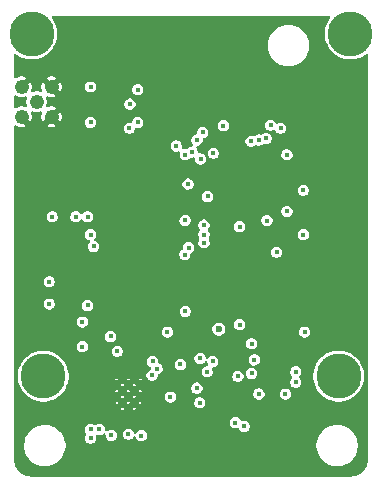
<source format=gbr>
%TF.GenerationSoftware,KiCad,Pcbnew,9.0.0*%
%TF.CreationDate,2025-11-27T12:56:11-07:00*%
%TF.ProjectId,OSS-Radio_2M70CM,4f53532d-5261-4646-996f-5f324d373043,rev?*%
%TF.SameCoordinates,Original*%
%TF.FileFunction,Copper,L2,Inr*%
%TF.FilePolarity,Positive*%
%FSLAX46Y46*%
G04 Gerber Fmt 4.6, Leading zero omitted, Abs format (unit mm)*
G04 Created by KiCad (PCBNEW 9.0.0) date 2025-11-27 12:56:11*
%MOMM*%
%LPD*%
G01*
G04 APERTURE LIST*
%TA.AperFunction,ComponentPad*%
%ADD10C,3.800000*%
%TD*%
%TA.AperFunction,HeatsinkPad*%
%ADD11C,0.500000*%
%TD*%
%TA.AperFunction,ComponentPad*%
%ADD12C,1.240000*%
%TD*%
%TA.AperFunction,ViaPad*%
%ADD13C,0.450000*%
%TD*%
%TA.AperFunction,ViaPad*%
%ADD14C,0.600000*%
%TD*%
G04 APERTURE END LIST*
D10*
%TO.N,N/C*%
%TO.C,H3*%
X137500000Y-111000000D03*
%TD*%
%TO.N,N/C*%
%TO.C,H2*%
X136500000Y-82000000D03*
%TD*%
%TO.N,N/C*%
%TO.C,H1*%
X163500000Y-82000000D03*
%TD*%
%TO.N,N/C*%
%TO.C,H4*%
X162500000Y-111000000D03*
%TD*%
D11*
%TO.N,GND*%
%TO.C,U4*%
X145700000Y-111737500D03*
X144700000Y-111737500D03*
X143700000Y-111737500D03*
X145700000Y-112737500D03*
X144700000Y-112737500D03*
X143700000Y-112737500D03*
X145700000Y-113737500D03*
X144700000Y-113737500D03*
X143700000Y-113737500D03*
%TD*%
D12*
%TO.N,Net-(AE2-A)*%
%TO.C,AE2*%
X136919874Y-87750000D03*
%TO.N,GND*%
X138189874Y-89020000D03*
X138189874Y-86480000D03*
X135649874Y-89020000D03*
X135649874Y-86480000D03*
%TD*%
D13*
%TO.N,GND*%
X135250000Y-103000000D03*
X164500000Y-93000000D03*
X135250000Y-91000000D03*
X146500000Y-86500000D03*
X150500000Y-84500000D03*
X142375000Y-110375000D03*
X144250000Y-97500000D03*
X139000000Y-95000000D03*
X141000000Y-110000000D03*
X151000000Y-81000000D03*
X148500000Y-86500000D03*
X137000000Y-89000000D03*
X139000000Y-93000000D03*
X152500000Y-97250000D03*
X161000000Y-113500000D03*
X139500000Y-101000000D03*
X141000000Y-83000000D03*
X160200000Y-100750000D03*
X153000000Y-81000000D03*
X161000000Y-106000000D03*
X143000000Y-119000000D03*
X146500000Y-99500000D03*
X156500000Y-119000000D03*
X149750000Y-111250000D03*
X161000000Y-92000000D03*
X135250000Y-109250000D03*
X140000000Y-86000000D03*
X161250000Y-96000000D03*
X135500000Y-87750000D03*
X153432089Y-108032089D03*
X156300000Y-88100000D03*
X159500000Y-103000000D03*
X164500000Y-87000000D03*
X150250000Y-104250000D03*
X144250000Y-95500000D03*
X139000000Y-81000000D03*
X163000000Y-92500000D03*
X155000000Y-83000000D03*
X137000000Y-85000000D03*
X163000000Y-106000000D03*
X154250000Y-105500000D03*
X162500000Y-103000000D03*
X160000000Y-91000000D03*
X137000000Y-91000000D03*
X135250000Y-97000000D03*
X158500000Y-115500000D03*
X163000000Y-102000000D03*
X151900000Y-99700000D03*
X144250000Y-91500000D03*
X137000000Y-95000000D03*
X153500000Y-109750000D03*
X140477901Y-104312280D03*
X163000000Y-108000000D03*
X145250000Y-98250000D03*
X163000000Y-96250000D03*
X162625000Y-91250000D03*
X137500000Y-106900000D03*
X155000000Y-102500000D03*
X152526710Y-92004999D03*
X146500000Y-84500000D03*
X149125000Y-88500000D03*
X155500000Y-119000000D03*
X163250000Y-101000000D03*
X154500000Y-118250000D03*
X139000000Y-114000000D03*
X151750000Y-103500000D03*
X139250000Y-99000000D03*
X163000000Y-87000000D03*
X152500000Y-84500000D03*
X139000000Y-85000000D03*
X145250000Y-102500000D03*
X147000000Y-101000000D03*
X135250000Y-105000000D03*
X163000000Y-93750000D03*
X147600000Y-98800000D03*
X142500000Y-106000000D03*
X147750000Y-109375000D03*
X147000000Y-97000000D03*
X160985000Y-103000000D03*
X154500000Y-119000000D03*
X151500000Y-119275000D03*
X162000000Y-90250000D03*
X164500000Y-103000000D03*
X136000000Y-114000000D03*
X149500000Y-109125000D03*
X141000000Y-96000000D03*
X151000000Y-83000000D03*
X154500000Y-85000000D03*
X147000000Y-93000000D03*
X145000000Y-83000000D03*
X151750000Y-112250000D03*
X141000000Y-89000000D03*
X135250000Y-101000000D03*
X161250000Y-97500000D03*
X141000000Y-94000000D03*
X156500000Y-93500000D03*
X142125000Y-90500000D03*
X164500000Y-101000000D03*
X147000000Y-103000000D03*
X143250000Y-84750000D03*
X164500000Y-89000000D03*
X139000000Y-91000000D03*
X142250000Y-103125000D03*
X153500000Y-119000000D03*
X161250000Y-89250000D03*
X141000000Y-92000000D03*
X135250000Y-107000000D03*
X155000000Y-81000000D03*
X153250000Y-113250000D03*
X159000000Y-106000000D03*
X158250000Y-89250000D03*
X156000000Y-100750000D03*
X161000000Y-85000000D03*
X135250000Y-93000000D03*
X157500000Y-119000000D03*
X156750000Y-103000000D03*
X141000000Y-119000000D03*
X161250000Y-93000000D03*
X156500000Y-86000000D03*
X158500000Y-87000000D03*
X158500000Y-101250000D03*
X144500000Y-106375000D03*
X140000000Y-89000000D03*
X137000000Y-103000000D03*
X164500000Y-97000000D03*
X156500000Y-94500000D03*
X161000000Y-87000000D03*
X141000000Y-114000000D03*
X164500000Y-99000000D03*
X137000000Y-105000000D03*
X156500000Y-115500000D03*
X153000000Y-83000000D03*
X144500000Y-84500000D03*
X164000000Y-113500000D03*
X163000000Y-104000000D03*
X154500000Y-95500000D03*
X164500000Y-95000000D03*
X156500000Y-95500000D03*
X163000000Y-89000000D03*
X163000000Y-97500000D03*
X163000000Y-95000000D03*
X155500000Y-95500000D03*
X164500000Y-91000000D03*
X152500000Y-86600000D03*
X153750000Y-103750000D03*
X148500000Y-84500000D03*
X161250000Y-98750000D03*
X144250000Y-90500000D03*
X149600000Y-101500000D03*
X137000000Y-101000000D03*
X163000000Y-98750000D03*
X157000000Y-106000000D03*
X143000000Y-83000000D03*
X141000000Y-112000000D03*
X137000000Y-86500000D03*
X147375000Y-106125000D03*
X152500000Y-105000000D03*
X159500000Y-119000000D03*
X150500000Y-86500000D03*
X164500000Y-85000000D03*
X137000000Y-99000000D03*
X139969423Y-89997634D03*
X158500000Y-119000000D03*
X147500000Y-90250000D03*
X140625000Y-105425000D03*
X155900000Y-90100000D03*
X151400000Y-97100000D03*
X141250000Y-101625000D03*
X139000000Y-83000000D03*
X135250000Y-99000000D03*
X142500000Y-85500000D03*
X144800000Y-86500000D03*
X135250000Y-95000000D03*
X142770000Y-103712500D03*
X144250000Y-93500000D03*
X161250000Y-94500000D03*
X160875000Y-99750000D03*
X150000000Y-119275000D03*
X147800000Y-114600000D03*
X154400000Y-87100000D03*
X153500000Y-118250000D03*
X147000000Y-83000000D03*
X152750000Y-90495000D03*
X149000000Y-83000000D03*
X151300000Y-101500000D03*
X137000000Y-93000000D03*
X153900000Y-100300000D03*
X145250000Y-104000000D03*
X147000000Y-95000000D03*
X161000000Y-81000000D03*
X148000000Y-111750000D03*
X163000000Y-85000000D03*
X154134000Y-99200000D03*
X159900000Y-88000000D03*
X147750000Y-102500000D03*
X149500000Y-106250000D03*
%TO.N,5V_RF*%
X140800000Y-106400000D03*
X146700000Y-110900000D03*
X138000000Y-103000000D03*
X140250000Y-97500000D03*
X146750000Y-109750000D03*
X138000000Y-104875000D03*
X147125000Y-110375000D03*
X143186500Y-107624014D03*
X143750000Y-108875000D03*
X141250000Y-97500000D03*
X141750000Y-100000000D03*
X140800000Y-108500000D03*
X141500000Y-99000000D03*
%TO.N,Net-(U4-NR)*%
X145793652Y-116023896D03*
%TO.N,V_BAT*%
X142250000Y-115500000D03*
X143250000Y-116000000D03*
X141500000Y-116250000D03*
X141500000Y-115500000D03*
%TO.N,3V3*%
X159625000Y-107250000D03*
X151100000Y-99000000D03*
X141500000Y-86500000D03*
X141500000Y-89500000D03*
X158000000Y-112500000D03*
X149800000Y-100100000D03*
X149504999Y-92250000D03*
X151100000Y-99700000D03*
X159500000Y-95250000D03*
X151400000Y-95775000D03*
X149500000Y-97800000D03*
X155750000Y-112500000D03*
X151100000Y-98200000D03*
X158875000Y-111500000D03*
X157600000Y-90000000D03*
X155087654Y-91095190D03*
X145500000Y-89500000D03*
X156433369Y-97816631D03*
X149750000Y-94725000D03*
X155125000Y-110750000D03*
X158875000Y-110625000D03*
X159511000Y-99000000D03*
X157240000Y-100500000D03*
X158126000Y-97037500D03*
X145500000Y-86750000D03*
%TO.N,Net-(Y4-OUT)*%
X152750000Y-89775000D03*
%TO.N,Net-(U5-EXT_XOSC)*%
X158125000Y-92250000D03*
%TO.N,RF_GPIO2*%
X155736628Y-91000000D03*
D14*
X152350468Y-107000000D03*
D13*
%TO.N,RF_SEL*%
X150500000Y-112000000D03*
X150769649Y-109486901D03*
X150812000Y-92605000D03*
%TO.N,RF_GPIO1*%
X138250000Y-97500000D03*
X148001000Y-107250000D03*
X150750000Y-113250000D03*
%TO.N,RF_GPIO0*%
X151845468Y-109750000D03*
X149504999Y-105500000D03*
X150107059Y-92005000D03*
X151000000Y-90350000D03*
%TO.N,RF_SDI*%
X149105000Y-110000000D03*
X150500000Y-91000000D03*
%TO.N,RF_SCLK*%
X148250000Y-112750000D03*
X148750000Y-91500000D03*
%TO.N,RF_GPIO3*%
X154125000Y-106625000D03*
X156372436Y-90864911D03*
%TO.N,I2C_SCL*%
X153975000Y-111000000D03*
X155362500Y-109612500D03*
X153750000Y-114925000D03*
%TO.N,I2C_SDA*%
X155137500Y-108255756D03*
X154500000Y-115250000D03*
%TO.N,RF_SDO*%
X151375000Y-110625000D03*
X151885459Y-92114541D03*
%TO.N,Net-(Q2-D)*%
X141250000Y-105000000D03*
%TO.N,ENABLE_5V_RF*%
X144700000Y-115900000D03*
%TO.N,TX_SW*%
X154112645Y-98337355D03*
X144772153Y-90000866D03*
X149477000Y-100709796D03*
%TO.N,Net-(U7-ENABLE)*%
X144835090Y-87952542D03*
%TO.N,Net-(U5-~{RESET})*%
X156750000Y-89750000D03*
%TD*%
%TA.AperFunction,Conductor*%
%TO.N,GND*%
G36*
X161755553Y-80520185D02*
G01*
X161801308Y-80572989D01*
X161811252Y-80642147D01*
X161786890Y-80699986D01*
X161708094Y-80802674D01*
X161708083Y-80802690D01*
X161567140Y-81046809D01*
X161567135Y-81046820D01*
X161459259Y-81307256D01*
X161386295Y-81579560D01*
X161349500Y-81859041D01*
X161349500Y-82140958D01*
X161386295Y-82420439D01*
X161459259Y-82692743D01*
X161567135Y-82953179D01*
X161567140Y-82953190D01*
X161708083Y-83197309D01*
X161708088Y-83197317D01*
X161819292Y-83342240D01*
X161879704Y-83420970D01*
X162079029Y-83620295D01*
X162079033Y-83620298D01*
X162079035Y-83620300D01*
X162302683Y-83791912D01*
X162302690Y-83791916D01*
X162546809Y-83932859D01*
X162546814Y-83932861D01*
X162546817Y-83932863D01*
X162807261Y-84040742D01*
X163079558Y-84113704D01*
X163359049Y-84150500D01*
X163359056Y-84150500D01*
X163640944Y-84150500D01*
X163640951Y-84150500D01*
X163920442Y-84113704D01*
X164192739Y-84040742D01*
X164453183Y-83932863D01*
X164697317Y-83791912D01*
X164800013Y-83713109D01*
X164865182Y-83687915D01*
X164933627Y-83701953D01*
X164983617Y-83750767D01*
X164999500Y-83811485D01*
X164999500Y-117995572D01*
X164999184Y-118004418D01*
X164999184Y-118004419D01*
X164984869Y-118204557D01*
X164982351Y-118222068D01*
X164940646Y-118413787D01*
X164935662Y-118430763D01*
X164867090Y-118614609D01*
X164859740Y-118630701D01*
X164765711Y-118802904D01*
X164756146Y-118817789D01*
X164638558Y-118974867D01*
X164626972Y-118988237D01*
X164488237Y-119126972D01*
X164474867Y-119138558D01*
X164317789Y-119256146D01*
X164302904Y-119265711D01*
X164130701Y-119359740D01*
X164114609Y-119367090D01*
X163930763Y-119435662D01*
X163913787Y-119440646D01*
X163722068Y-119482351D01*
X163704557Y-119484869D01*
X163523779Y-119497799D01*
X163504417Y-119499184D01*
X163495572Y-119499500D01*
X136504428Y-119499500D01*
X136495582Y-119499184D01*
X136473622Y-119497613D01*
X136295442Y-119484869D01*
X136277931Y-119482351D01*
X136086212Y-119440646D01*
X136069236Y-119435662D01*
X135885390Y-119367090D01*
X135869298Y-119359740D01*
X135697095Y-119265711D01*
X135682210Y-119256146D01*
X135525132Y-119138558D01*
X135511762Y-119126972D01*
X135373027Y-118988237D01*
X135361441Y-118974867D01*
X135243849Y-118817784D01*
X135234288Y-118802904D01*
X135140259Y-118630701D01*
X135132909Y-118614609D01*
X135103648Y-118536158D01*
X135064334Y-118430755D01*
X135059355Y-118413797D01*
X135017647Y-118222063D01*
X135015130Y-118204556D01*
X135014369Y-118193919D01*
X135000816Y-118004418D01*
X135000500Y-117995572D01*
X135000500Y-116760258D01*
X135874500Y-116760258D01*
X135874500Y-116989741D01*
X135899446Y-117179215D01*
X135904452Y-117217238D01*
X135904453Y-117217240D01*
X135963842Y-117438887D01*
X136051650Y-117650876D01*
X136051657Y-117650890D01*
X136166392Y-117849617D01*
X136306081Y-118031661D01*
X136306089Y-118031670D01*
X136468330Y-118193911D01*
X136468338Y-118193918D01*
X136468339Y-118193919D01*
X136482203Y-118204557D01*
X136650382Y-118333607D01*
X136650385Y-118333608D01*
X136650388Y-118333611D01*
X136849112Y-118448344D01*
X136849117Y-118448346D01*
X136849123Y-118448349D01*
X136940480Y-118486190D01*
X137061113Y-118536158D01*
X137282762Y-118595548D01*
X137510266Y-118625500D01*
X137510273Y-118625500D01*
X137739727Y-118625500D01*
X137739734Y-118625500D01*
X137967238Y-118595548D01*
X138188887Y-118536158D01*
X138400888Y-118448344D01*
X138599612Y-118333611D01*
X138781661Y-118193919D01*
X138781665Y-118193914D01*
X138781670Y-118193911D01*
X138943911Y-118031670D01*
X138943914Y-118031665D01*
X138943919Y-118031661D01*
X139083611Y-117849612D01*
X139198344Y-117650888D01*
X139286158Y-117438887D01*
X139345548Y-117217238D01*
X139375500Y-116989734D01*
X139375500Y-116760266D01*
X139375499Y-116760258D01*
X160624500Y-116760258D01*
X160624500Y-116989741D01*
X160649446Y-117179215D01*
X160654452Y-117217238D01*
X160654453Y-117217240D01*
X160713842Y-117438887D01*
X160801650Y-117650876D01*
X160801657Y-117650890D01*
X160916392Y-117849617D01*
X161056081Y-118031661D01*
X161056089Y-118031670D01*
X161218330Y-118193911D01*
X161218338Y-118193918D01*
X161218339Y-118193919D01*
X161232203Y-118204557D01*
X161400382Y-118333607D01*
X161400385Y-118333608D01*
X161400388Y-118333611D01*
X161599112Y-118448344D01*
X161599117Y-118448346D01*
X161599123Y-118448349D01*
X161690480Y-118486190D01*
X161811113Y-118536158D01*
X162032762Y-118595548D01*
X162260266Y-118625500D01*
X162260273Y-118625500D01*
X162489727Y-118625500D01*
X162489734Y-118625500D01*
X162717238Y-118595548D01*
X162938887Y-118536158D01*
X163150888Y-118448344D01*
X163349612Y-118333611D01*
X163531661Y-118193919D01*
X163531665Y-118193914D01*
X163531670Y-118193911D01*
X163693911Y-118031670D01*
X163693914Y-118031665D01*
X163693919Y-118031661D01*
X163833611Y-117849612D01*
X163948344Y-117650888D01*
X164036158Y-117438887D01*
X164095548Y-117217238D01*
X164125500Y-116989734D01*
X164125500Y-116760266D01*
X164095548Y-116532762D01*
X164036158Y-116311113D01*
X163972768Y-116158076D01*
X163948349Y-116099123D01*
X163948346Y-116099117D01*
X163948344Y-116099112D01*
X163833611Y-115900388D01*
X163833608Y-115900385D01*
X163833607Y-115900382D01*
X163723856Y-115757354D01*
X163693919Y-115718339D01*
X163693918Y-115718338D01*
X163693911Y-115718330D01*
X163531670Y-115556089D01*
X163531661Y-115556081D01*
X163349617Y-115416392D01*
X163322089Y-115400499D01*
X163174309Y-115315178D01*
X163150890Y-115301657D01*
X163150876Y-115301650D01*
X162938887Y-115213842D01*
X162917211Y-115208034D01*
X162717238Y-115154452D01*
X162670852Y-115148345D01*
X162489741Y-115124500D01*
X162489734Y-115124500D01*
X162260266Y-115124500D01*
X162260258Y-115124500D01*
X162043715Y-115153009D01*
X162032762Y-115154452D01*
X161939076Y-115179554D01*
X161811112Y-115213842D01*
X161599123Y-115301650D01*
X161599109Y-115301657D01*
X161400382Y-115416392D01*
X161218338Y-115556081D01*
X161056081Y-115718338D01*
X160916392Y-115900382D01*
X160801657Y-116099109D01*
X160801650Y-116099123D01*
X160713842Y-116311112D01*
X160654453Y-116532759D01*
X160654451Y-116532770D01*
X160624500Y-116760258D01*
X139375499Y-116760258D01*
X139345548Y-116532762D01*
X139286158Y-116311113D01*
X139222768Y-116158076D01*
X139198349Y-116099123D01*
X139198346Y-116099117D01*
X139198344Y-116099112D01*
X139083611Y-115900388D01*
X139083608Y-115900385D01*
X139083607Y-115900382D01*
X138973856Y-115757354D01*
X138943919Y-115718339D01*
X138943918Y-115718338D01*
X138943911Y-115718330D01*
X138781670Y-115556089D01*
X138781661Y-115556081D01*
X138744604Y-115527646D01*
X138626993Y-115437399D01*
X141024500Y-115437399D01*
X141024500Y-115562601D01*
X141056905Y-115683536D01*
X141119505Y-115791964D01*
X141119507Y-115791966D01*
X141124451Y-115798409D01*
X141121959Y-115800320D01*
X141148345Y-115848642D01*
X141143361Y-115918334D01*
X141122801Y-115950324D01*
X141124451Y-115951591D01*
X141119504Y-115958037D01*
X141056905Y-116066463D01*
X141048158Y-116099109D01*
X141024500Y-116187399D01*
X141024500Y-116312601D01*
X141056905Y-116433536D01*
X141119505Y-116541964D01*
X141208036Y-116630495D01*
X141316464Y-116693095D01*
X141437399Y-116725500D01*
X141437401Y-116725500D01*
X141562599Y-116725500D01*
X141562601Y-116725500D01*
X141683536Y-116693095D01*
X141791964Y-116630495D01*
X141880495Y-116541964D01*
X141943095Y-116433536D01*
X141975500Y-116312601D01*
X141975500Y-116187399D01*
X141953526Y-116105392D01*
X141955189Y-116035546D01*
X141994351Y-115977683D01*
X142058579Y-115950178D01*
X142105391Y-115953525D01*
X142187399Y-115975500D01*
X142187401Y-115975500D01*
X142312599Y-115975500D01*
X142312601Y-115975500D01*
X142433536Y-115943095D01*
X142541964Y-115880495D01*
X142562819Y-115859640D01*
X142624142Y-115826155D01*
X142693834Y-115831139D01*
X142749767Y-115873011D01*
X142774184Y-115938475D01*
X142774500Y-115947321D01*
X142774500Y-116062601D01*
X142806905Y-116183536D01*
X142869505Y-116291964D01*
X142958036Y-116380495D01*
X143066464Y-116443095D01*
X143187399Y-116475500D01*
X143187401Y-116475500D01*
X143312599Y-116475500D01*
X143312601Y-116475500D01*
X143433536Y-116443095D01*
X143541964Y-116380495D01*
X143630495Y-116291964D01*
X143693095Y-116183536D01*
X143725500Y-116062601D01*
X143725500Y-115937399D01*
X143698705Y-115837399D01*
X144224500Y-115837399D01*
X144224500Y-115962601D01*
X144256905Y-116083536D01*
X144319505Y-116191964D01*
X144408036Y-116280495D01*
X144516464Y-116343095D01*
X144637399Y-116375500D01*
X144637401Y-116375500D01*
X144762599Y-116375500D01*
X144762601Y-116375500D01*
X144883536Y-116343095D01*
X144991964Y-116280495D01*
X145080495Y-116191964D01*
X145112438Y-116136635D01*
X145163003Y-116088421D01*
X145231610Y-116075196D01*
X145296475Y-116101163D01*
X145337004Y-116158076D01*
X145339599Y-116166539D01*
X145350556Y-116207429D01*
X145350557Y-116207432D01*
X145413157Y-116315860D01*
X145501688Y-116404391D01*
X145610116Y-116466991D01*
X145731051Y-116499396D01*
X145731053Y-116499396D01*
X145856251Y-116499396D01*
X145856253Y-116499396D01*
X145977188Y-116466991D01*
X146085616Y-116404391D01*
X146174147Y-116315860D01*
X146236747Y-116207432D01*
X146269152Y-116086497D01*
X146269152Y-115961295D01*
X146236747Y-115840360D01*
X146174147Y-115731932D01*
X146085616Y-115643401D01*
X145977188Y-115580801D01*
X145977189Y-115580801D01*
X145936876Y-115569999D01*
X145856253Y-115548396D01*
X145731051Y-115548396D01*
X145650427Y-115569999D01*
X145610115Y-115580801D01*
X145501689Y-115643400D01*
X145501686Y-115643402D01*
X145413158Y-115731930D01*
X145413154Y-115731935D01*
X145381213Y-115787260D01*
X145330646Y-115835476D01*
X145262039Y-115848699D01*
X145197174Y-115822731D01*
X145156646Y-115765816D01*
X145154056Y-115757370D01*
X145143095Y-115716464D01*
X145080495Y-115608036D01*
X144991964Y-115519505D01*
X144883536Y-115456905D01*
X144883537Y-115456905D01*
X144843224Y-115446103D01*
X144762601Y-115424500D01*
X144637399Y-115424500D01*
X144556775Y-115446103D01*
X144516463Y-115456905D01*
X144408037Y-115519504D01*
X144408034Y-115519506D01*
X144319506Y-115608034D01*
X144319504Y-115608037D01*
X144256905Y-115716463D01*
X144254484Y-115725500D01*
X144224500Y-115837399D01*
X143698705Y-115837399D01*
X143693095Y-115816464D01*
X143630495Y-115708036D01*
X143541964Y-115619505D01*
X143433536Y-115556905D01*
X143433537Y-115556905D01*
X143377769Y-115541962D01*
X143312601Y-115524500D01*
X143187399Y-115524500D01*
X143122231Y-115541962D01*
X143066463Y-115556905D01*
X142958037Y-115619504D01*
X142958034Y-115619506D01*
X142937181Y-115640360D01*
X142875858Y-115673845D01*
X142806166Y-115668861D01*
X142750233Y-115626989D01*
X142725816Y-115561525D01*
X142725500Y-115552679D01*
X142725500Y-115437400D01*
X142723688Y-115430636D01*
X142693095Y-115316464D01*
X142630495Y-115208036D01*
X142541964Y-115119505D01*
X142433536Y-115056905D01*
X142433537Y-115056905D01*
X142393224Y-115046103D01*
X142312601Y-115024500D01*
X142187399Y-115024500D01*
X142106775Y-115046103D01*
X142066463Y-115056905D01*
X141958037Y-115119504D01*
X141951591Y-115124451D01*
X141949679Y-115121959D01*
X141901358Y-115148345D01*
X141831666Y-115143361D01*
X141799675Y-115122801D01*
X141798409Y-115124451D01*
X141791965Y-115119506D01*
X141791964Y-115119505D01*
X141683536Y-115056905D01*
X141683537Y-115056905D01*
X141643224Y-115046103D01*
X141562601Y-115024500D01*
X141437399Y-115024500D01*
X141356775Y-115046103D01*
X141316463Y-115056905D01*
X141208037Y-115119504D01*
X141208034Y-115119506D01*
X141119506Y-115208034D01*
X141119504Y-115208037D01*
X141056905Y-115316463D01*
X141056905Y-115316464D01*
X141024500Y-115437399D01*
X138626993Y-115437399D01*
X138599617Y-115416392D01*
X138572089Y-115400499D01*
X138424309Y-115315178D01*
X138400890Y-115301657D01*
X138400876Y-115301650D01*
X138188887Y-115213842D01*
X138167211Y-115208034D01*
X137967238Y-115154452D01*
X137920852Y-115148345D01*
X137739741Y-115124500D01*
X137739734Y-115124500D01*
X137510266Y-115124500D01*
X137510258Y-115124500D01*
X137293715Y-115153009D01*
X137282762Y-115154452D01*
X137189076Y-115179554D01*
X137061112Y-115213842D01*
X136849123Y-115301650D01*
X136849109Y-115301657D01*
X136650382Y-115416392D01*
X136468338Y-115556081D01*
X136306081Y-115718338D01*
X136166392Y-115900382D01*
X136051657Y-116099109D01*
X136051650Y-116099123D01*
X135963842Y-116311112D01*
X135904453Y-116532759D01*
X135904451Y-116532770D01*
X135874500Y-116760258D01*
X135000500Y-116760258D01*
X135000500Y-114862399D01*
X153274500Y-114862399D01*
X153274500Y-114987601D01*
X153306905Y-115108536D01*
X153369505Y-115216964D01*
X153458036Y-115305495D01*
X153566464Y-115368095D01*
X153687399Y-115400500D01*
X153687401Y-115400500D01*
X153812600Y-115400500D01*
X153812601Y-115400500D01*
X153915749Y-115372861D01*
X153985598Y-115374523D01*
X154043461Y-115413684D01*
X154055231Y-115430636D01*
X154056904Y-115433535D01*
X154056905Y-115433536D01*
X154119505Y-115541964D01*
X154208036Y-115630495D01*
X154316464Y-115693095D01*
X154437399Y-115725500D01*
X154437401Y-115725500D01*
X154562599Y-115725500D01*
X154562601Y-115725500D01*
X154683536Y-115693095D01*
X154791964Y-115630495D01*
X154880495Y-115541964D01*
X154943095Y-115433536D01*
X154975500Y-115312601D01*
X154975500Y-115187399D01*
X154943095Y-115066464D01*
X154880495Y-114958036D01*
X154791964Y-114869505D01*
X154683536Y-114806905D01*
X154683537Y-114806905D01*
X154643224Y-114796103D01*
X154562601Y-114774500D01*
X154437399Y-114774500D01*
X154437398Y-114774500D01*
X154334249Y-114802139D01*
X154264400Y-114800476D01*
X154206537Y-114761314D01*
X154194768Y-114744363D01*
X154193095Y-114741466D01*
X154193095Y-114741464D01*
X154130495Y-114633036D01*
X154041964Y-114544505D01*
X153933536Y-114481905D01*
X153933537Y-114481905D01*
X153893224Y-114471103D01*
X153812601Y-114449500D01*
X153687399Y-114449500D01*
X153606775Y-114471103D01*
X153566463Y-114481905D01*
X153458037Y-114544504D01*
X153458034Y-114544506D01*
X153369506Y-114633034D01*
X153369504Y-114633037D01*
X153306905Y-114741463D01*
X153306905Y-114741464D01*
X153274500Y-114862399D01*
X135000500Y-114862399D01*
X135000500Y-114220461D01*
X143570590Y-114220461D01*
X143634176Y-114237500D01*
X143765825Y-114237500D01*
X143765828Y-114237499D01*
X143829408Y-114220462D01*
X143829409Y-114220461D01*
X144570590Y-114220461D01*
X144634176Y-114237500D01*
X144765825Y-114237500D01*
X144765828Y-114237499D01*
X144829408Y-114220462D01*
X144829409Y-114220461D01*
X145570590Y-114220461D01*
X145634176Y-114237500D01*
X145765825Y-114237500D01*
X145765828Y-114237499D01*
X145829408Y-114220462D01*
X145829409Y-114220461D01*
X145700001Y-114091053D01*
X145570590Y-114220461D01*
X144829409Y-114220461D01*
X144700001Y-114091053D01*
X144570590Y-114220461D01*
X143829409Y-114220461D01*
X143700001Y-114091053D01*
X143570590Y-114220461D01*
X135000500Y-114220461D01*
X135000500Y-113671674D01*
X143200000Y-113671674D01*
X143200000Y-113803325D01*
X143217036Y-113866908D01*
X143346446Y-113737500D01*
X143316609Y-113707663D01*
X143550000Y-113707663D01*
X143550000Y-113767337D01*
X143572836Y-113822468D01*
X143615032Y-113864664D01*
X143670163Y-113887500D01*
X143729837Y-113887500D01*
X143784968Y-113864664D01*
X143827164Y-113822468D01*
X143850000Y-113767337D01*
X143850000Y-113737500D01*
X144053553Y-113737500D01*
X144053553Y-113737501D01*
X144186995Y-113870943D01*
X144213003Y-113870943D01*
X144346446Y-113737500D01*
X144316609Y-113707663D01*
X144550000Y-113707663D01*
X144550000Y-113767337D01*
X144572836Y-113822468D01*
X144615032Y-113864664D01*
X144670163Y-113887500D01*
X144729837Y-113887500D01*
X144784968Y-113864664D01*
X144827164Y-113822468D01*
X144850000Y-113767337D01*
X144850000Y-113737500D01*
X145053553Y-113737500D01*
X145053553Y-113737501D01*
X145186995Y-113870943D01*
X145213003Y-113870943D01*
X145346446Y-113737500D01*
X145316609Y-113707663D01*
X145550000Y-113707663D01*
X145550000Y-113767337D01*
X145572836Y-113822468D01*
X145615032Y-113864664D01*
X145670163Y-113887500D01*
X145729837Y-113887500D01*
X145784968Y-113864664D01*
X145827164Y-113822468D01*
X145850000Y-113767337D01*
X145850000Y-113737500D01*
X146053553Y-113737500D01*
X146053553Y-113737501D01*
X146182961Y-113866909D01*
X146182962Y-113866908D01*
X146199999Y-113803328D01*
X146200000Y-113803325D01*
X146200000Y-113671675D01*
X146182961Y-113608090D01*
X146053553Y-113737500D01*
X145850000Y-113737500D01*
X145850000Y-113707663D01*
X145827164Y-113652532D01*
X145784968Y-113610336D01*
X145729837Y-113587500D01*
X145670163Y-113587500D01*
X145615032Y-113610336D01*
X145572836Y-113652532D01*
X145550000Y-113707663D01*
X145316609Y-113707663D01*
X145213003Y-113604056D01*
X145186996Y-113604056D01*
X145053553Y-113737500D01*
X144850000Y-113737500D01*
X144850000Y-113707663D01*
X144827164Y-113652532D01*
X144784968Y-113610336D01*
X144729837Y-113587500D01*
X144670163Y-113587500D01*
X144615032Y-113610336D01*
X144572836Y-113652532D01*
X144550000Y-113707663D01*
X144316609Y-113707663D01*
X144213003Y-113604056D01*
X144186996Y-113604056D01*
X144053553Y-113737500D01*
X143850000Y-113737500D01*
X143850000Y-113707663D01*
X143827164Y-113652532D01*
X143784968Y-113610336D01*
X143729837Y-113587500D01*
X143670163Y-113587500D01*
X143615032Y-113610336D01*
X143572836Y-113652532D01*
X143550000Y-113707663D01*
X143316609Y-113707663D01*
X143217037Y-113608090D01*
X143200000Y-113671674D01*
X135000500Y-113671674D01*
X135000500Y-113224496D01*
X143566556Y-113224496D01*
X143566556Y-113250502D01*
X143700000Y-113383946D01*
X143832703Y-113251242D01*
X143829253Y-113240448D01*
X143831160Y-113224496D01*
X144566556Y-113224496D01*
X144566556Y-113250502D01*
X144700000Y-113383946D01*
X144832703Y-113251242D01*
X144829253Y-113240448D01*
X144831160Y-113224496D01*
X145566556Y-113224496D01*
X145566556Y-113250502D01*
X145700000Y-113383946D01*
X145833443Y-113250503D01*
X145833443Y-113224495D01*
X145700001Y-113091053D01*
X145566556Y-113224496D01*
X144831160Y-113224496D01*
X144831404Y-113222456D01*
X144700001Y-113091053D01*
X144566556Y-113224496D01*
X143831160Y-113224496D01*
X143831404Y-113222456D01*
X143700001Y-113091053D01*
X143566556Y-113224496D01*
X135000500Y-113224496D01*
X135000500Y-110859041D01*
X135349500Y-110859041D01*
X135349500Y-111140958D01*
X135386295Y-111420439D01*
X135459259Y-111692743D01*
X135567135Y-111953179D01*
X135567140Y-111953190D01*
X135708083Y-112197309D01*
X135708088Y-112197317D01*
X135840214Y-112369506D01*
X135879704Y-112420970D01*
X136079029Y-112620295D01*
X136079033Y-112620298D01*
X136079035Y-112620300D01*
X136302683Y-112791912D01*
X136302690Y-112791916D01*
X136546809Y-112932859D01*
X136546814Y-112932861D01*
X136546817Y-112932863D01*
X136807261Y-113040742D01*
X137079558Y-113113704D01*
X137359049Y-113150500D01*
X137359056Y-113150500D01*
X137640944Y-113150500D01*
X137640951Y-113150500D01*
X137920442Y-113113704D01*
X138192739Y-113040742D01*
X138453183Y-112932863D01*
X138697317Y-112791912D01*
X138854013Y-112671674D01*
X143200000Y-112671674D01*
X143200000Y-112803325D01*
X143217036Y-112866908D01*
X143346446Y-112737500D01*
X143316609Y-112707663D01*
X143550000Y-112707663D01*
X143550000Y-112767337D01*
X143572836Y-112822468D01*
X143615032Y-112864664D01*
X143670163Y-112887500D01*
X143729837Y-112887500D01*
X143784968Y-112864664D01*
X143827164Y-112822468D01*
X143850000Y-112767337D01*
X143850000Y-112737500D01*
X144053553Y-112737500D01*
X144053553Y-112737501D01*
X144186995Y-112870943D01*
X144213003Y-112870943D01*
X144346446Y-112737500D01*
X144316609Y-112707663D01*
X144550000Y-112707663D01*
X144550000Y-112767337D01*
X144572836Y-112822468D01*
X144615032Y-112864664D01*
X144670163Y-112887500D01*
X144729837Y-112887500D01*
X144784968Y-112864664D01*
X144827164Y-112822468D01*
X144850000Y-112767337D01*
X144850000Y-112737500D01*
X145053553Y-112737500D01*
X145053553Y-112737501D01*
X145186995Y-112870943D01*
X145213003Y-112870943D01*
X145346446Y-112737500D01*
X145316609Y-112707663D01*
X145550000Y-112707663D01*
X145550000Y-112767337D01*
X145572836Y-112822468D01*
X145615032Y-112864664D01*
X145670163Y-112887500D01*
X145729837Y-112887500D01*
X145784968Y-112864664D01*
X145827164Y-112822468D01*
X145850000Y-112767337D01*
X145850000Y-112737500D01*
X146053553Y-112737500D01*
X146053553Y-112737501D01*
X146182961Y-112866909D01*
X146182962Y-112866908D01*
X146199999Y-112803328D01*
X146200000Y-112803325D01*
X146200000Y-112687399D01*
X147774500Y-112687399D01*
X147774500Y-112812601D01*
X147806905Y-112933536D01*
X147869505Y-113041964D01*
X147958036Y-113130495D01*
X148066464Y-113193095D01*
X148187399Y-113225500D01*
X148187401Y-113225500D01*
X148312599Y-113225500D01*
X148312601Y-113225500D01*
X148433536Y-113193095D01*
X148443402Y-113187399D01*
X150274500Y-113187399D01*
X150274500Y-113312601D01*
X150306905Y-113433536D01*
X150369505Y-113541964D01*
X150458036Y-113630495D01*
X150566464Y-113693095D01*
X150687399Y-113725500D01*
X150687401Y-113725500D01*
X150812599Y-113725500D01*
X150812601Y-113725500D01*
X150933536Y-113693095D01*
X151041964Y-113630495D01*
X151130495Y-113541964D01*
X151193095Y-113433536D01*
X151225500Y-113312601D01*
X151225500Y-113187399D01*
X151193095Y-113066464D01*
X151130495Y-112958036D01*
X151041964Y-112869505D01*
X150933536Y-112806905D01*
X150933537Y-112806905D01*
X150877582Y-112791912D01*
X150812601Y-112774500D01*
X150687399Y-112774500D01*
X150622418Y-112791912D01*
X150566463Y-112806905D01*
X150458037Y-112869504D01*
X150458034Y-112869506D01*
X150369506Y-112958034D01*
X150369504Y-112958037D01*
X150306905Y-113066463D01*
X150306905Y-113066464D01*
X150274500Y-113187399D01*
X148443402Y-113187399D01*
X148541964Y-113130495D01*
X148630495Y-113041964D01*
X148693095Y-112933536D01*
X148725500Y-112812601D01*
X148725500Y-112687399D01*
X148693095Y-112566464D01*
X148630495Y-112458036D01*
X148541964Y-112369505D01*
X148433536Y-112306905D01*
X148433537Y-112306905D01*
X148377769Y-112291962D01*
X148312601Y-112274500D01*
X148187399Y-112274500D01*
X148122231Y-112291962D01*
X148066463Y-112306905D01*
X147958037Y-112369504D01*
X147958034Y-112369506D01*
X147869506Y-112458034D01*
X147869504Y-112458037D01*
X147806905Y-112566463D01*
X147801268Y-112587500D01*
X147774500Y-112687399D01*
X146200000Y-112687399D01*
X146200000Y-112671675D01*
X146182961Y-112608090D01*
X146053553Y-112737500D01*
X145850000Y-112737500D01*
X145850000Y-112707663D01*
X145827164Y-112652532D01*
X145784968Y-112610336D01*
X145729837Y-112587500D01*
X145670163Y-112587500D01*
X145615032Y-112610336D01*
X145572836Y-112652532D01*
X145550000Y-112707663D01*
X145316609Y-112707663D01*
X145213003Y-112604056D01*
X145186996Y-112604056D01*
X145053553Y-112737500D01*
X144850000Y-112737500D01*
X144850000Y-112707663D01*
X144827164Y-112652532D01*
X144784968Y-112610336D01*
X144729837Y-112587500D01*
X144670163Y-112587500D01*
X144615032Y-112610336D01*
X144572836Y-112652532D01*
X144550000Y-112707663D01*
X144316609Y-112707663D01*
X144213003Y-112604056D01*
X144186996Y-112604056D01*
X144053553Y-112737500D01*
X143850000Y-112737500D01*
X143850000Y-112707663D01*
X143827164Y-112652532D01*
X143784968Y-112610336D01*
X143729837Y-112587500D01*
X143670163Y-112587500D01*
X143615032Y-112610336D01*
X143572836Y-112652532D01*
X143550000Y-112707663D01*
X143316609Y-112707663D01*
X143217037Y-112608090D01*
X143200000Y-112671674D01*
X138854013Y-112671674D01*
X138920965Y-112620300D01*
X138937209Y-112604056D01*
X138965400Y-112575866D01*
X139120295Y-112420970D01*
X139120300Y-112420965D01*
X139271057Y-112224496D01*
X143566556Y-112224496D01*
X143566556Y-112250502D01*
X143700000Y-112383946D01*
X143832703Y-112251242D01*
X143829253Y-112240448D01*
X143831160Y-112224496D01*
X144566556Y-112224496D01*
X144566556Y-112250502D01*
X144700000Y-112383946D01*
X144832703Y-112251242D01*
X144829253Y-112240448D01*
X144831160Y-112224496D01*
X145566556Y-112224496D01*
X145566556Y-112250502D01*
X145700000Y-112383946D01*
X145833443Y-112250503D01*
X145833443Y-112224495D01*
X145700001Y-112091053D01*
X145566556Y-112224496D01*
X144831160Y-112224496D01*
X144831404Y-112222456D01*
X144700001Y-112091053D01*
X144566556Y-112224496D01*
X143831160Y-112224496D01*
X143831404Y-112222456D01*
X143700001Y-112091053D01*
X143566556Y-112224496D01*
X139271057Y-112224496D01*
X139291912Y-112197317D01*
X139432863Y-111953183D01*
X139439401Y-111937399D01*
X150024500Y-111937399D01*
X150024500Y-112062601D01*
X150056905Y-112183536D01*
X150119505Y-112291964D01*
X150208036Y-112380495D01*
X150316464Y-112443095D01*
X150437399Y-112475500D01*
X150437401Y-112475500D01*
X150562599Y-112475500D01*
X150562601Y-112475500D01*
X150683536Y-112443095D01*
X150693402Y-112437399D01*
X155274500Y-112437399D01*
X155274500Y-112562601D01*
X155306905Y-112683536D01*
X155369505Y-112791964D01*
X155458036Y-112880495D01*
X155566464Y-112943095D01*
X155687399Y-112975500D01*
X155687401Y-112975500D01*
X155812599Y-112975500D01*
X155812601Y-112975500D01*
X155933536Y-112943095D01*
X156041964Y-112880495D01*
X156130495Y-112791964D01*
X156193095Y-112683536D01*
X156225500Y-112562601D01*
X156225500Y-112437399D01*
X157524500Y-112437399D01*
X157524500Y-112562601D01*
X157556905Y-112683536D01*
X157619505Y-112791964D01*
X157708036Y-112880495D01*
X157816464Y-112943095D01*
X157937399Y-112975500D01*
X157937401Y-112975500D01*
X158062599Y-112975500D01*
X158062601Y-112975500D01*
X158183536Y-112943095D01*
X158291964Y-112880495D01*
X158380495Y-112791964D01*
X158443095Y-112683536D01*
X158475500Y-112562601D01*
X158475500Y-112437399D01*
X158443095Y-112316464D01*
X158380495Y-112208036D01*
X158291964Y-112119505D01*
X158183536Y-112056905D01*
X158183537Y-112056905D01*
X158143224Y-112046103D01*
X158062601Y-112024500D01*
X157937399Y-112024500D01*
X157856775Y-112046103D01*
X157816463Y-112056905D01*
X157708037Y-112119504D01*
X157708034Y-112119506D01*
X157619506Y-112208034D01*
X157619504Y-112208037D01*
X157556905Y-112316463D01*
X157556905Y-112316464D01*
X157524500Y-112437399D01*
X156225500Y-112437399D01*
X156193095Y-112316464D01*
X156130495Y-112208036D01*
X156041964Y-112119505D01*
X155933536Y-112056905D01*
X155933537Y-112056905D01*
X155893224Y-112046103D01*
X155812601Y-112024500D01*
X155687399Y-112024500D01*
X155606775Y-112046103D01*
X155566463Y-112056905D01*
X155458037Y-112119504D01*
X155458034Y-112119506D01*
X155369506Y-112208034D01*
X155369504Y-112208037D01*
X155306905Y-112316463D01*
X155306905Y-112316464D01*
X155274500Y-112437399D01*
X150693402Y-112437399D01*
X150791964Y-112380495D01*
X150880495Y-112291964D01*
X150943095Y-112183536D01*
X150975500Y-112062601D01*
X150975500Y-111937399D01*
X150943095Y-111816464D01*
X150880495Y-111708036D01*
X150791964Y-111619505D01*
X150683536Y-111556905D01*
X150683537Y-111556905D01*
X150643224Y-111546103D01*
X150562601Y-111524500D01*
X150437399Y-111524500D01*
X150356775Y-111546103D01*
X150316463Y-111556905D01*
X150208037Y-111619504D01*
X150208034Y-111619506D01*
X150119506Y-111708034D01*
X150119504Y-111708037D01*
X150056905Y-111816463D01*
X150056905Y-111816464D01*
X150024500Y-111937399D01*
X139439401Y-111937399D01*
X139540742Y-111692739D01*
X139546386Y-111671674D01*
X143200000Y-111671674D01*
X143200000Y-111803325D01*
X143217036Y-111866908D01*
X143346446Y-111737500D01*
X143316609Y-111707663D01*
X143550000Y-111707663D01*
X143550000Y-111767337D01*
X143572836Y-111822468D01*
X143615032Y-111864664D01*
X143670163Y-111887500D01*
X143729837Y-111887500D01*
X143784968Y-111864664D01*
X143827164Y-111822468D01*
X143850000Y-111767337D01*
X143850000Y-111737500D01*
X144053553Y-111737500D01*
X144053553Y-111737501D01*
X144186995Y-111870943D01*
X144213003Y-111870943D01*
X144346446Y-111737500D01*
X144316609Y-111707663D01*
X144550000Y-111707663D01*
X144550000Y-111767337D01*
X144572836Y-111822468D01*
X144615032Y-111864664D01*
X144670163Y-111887500D01*
X144729837Y-111887500D01*
X144784968Y-111864664D01*
X144827164Y-111822468D01*
X144850000Y-111767337D01*
X144850000Y-111737500D01*
X145053553Y-111737500D01*
X145053553Y-111737501D01*
X145186995Y-111870943D01*
X145213003Y-111870943D01*
X145346446Y-111737500D01*
X145316609Y-111707663D01*
X145550000Y-111707663D01*
X145550000Y-111767337D01*
X145572836Y-111822468D01*
X145615032Y-111864664D01*
X145670163Y-111887500D01*
X145729837Y-111887500D01*
X145784968Y-111864664D01*
X145827164Y-111822468D01*
X145850000Y-111767337D01*
X145850000Y-111737500D01*
X146053553Y-111737500D01*
X146053553Y-111737501D01*
X146182961Y-111866909D01*
X146182962Y-111866908D01*
X146199999Y-111803328D01*
X146200000Y-111803325D01*
X146200000Y-111671675D01*
X146182961Y-111608090D01*
X146053553Y-111737500D01*
X145850000Y-111737500D01*
X145850000Y-111707663D01*
X145827164Y-111652532D01*
X145784968Y-111610336D01*
X145729837Y-111587500D01*
X145670163Y-111587500D01*
X145615032Y-111610336D01*
X145572836Y-111652532D01*
X145550000Y-111707663D01*
X145316609Y-111707663D01*
X145213003Y-111604056D01*
X145186996Y-111604056D01*
X145053553Y-111737500D01*
X144850000Y-111737500D01*
X144850000Y-111707663D01*
X144827164Y-111652532D01*
X144784968Y-111610336D01*
X144729837Y-111587500D01*
X144670163Y-111587500D01*
X144615032Y-111610336D01*
X144572836Y-111652532D01*
X144550000Y-111707663D01*
X144316609Y-111707663D01*
X144213003Y-111604056D01*
X144186996Y-111604056D01*
X144053553Y-111737500D01*
X143850000Y-111737500D01*
X143850000Y-111707663D01*
X143827164Y-111652532D01*
X143784968Y-111610336D01*
X143729837Y-111587500D01*
X143670163Y-111587500D01*
X143615032Y-111610336D01*
X143572836Y-111652532D01*
X143550000Y-111707663D01*
X143316609Y-111707663D01*
X143217037Y-111608090D01*
X143200000Y-111671674D01*
X139546386Y-111671674D01*
X139613704Y-111420442D01*
X139635546Y-111254537D01*
X143570590Y-111254537D01*
X143700000Y-111383946D01*
X143829409Y-111254537D01*
X144570590Y-111254537D01*
X144700000Y-111383946D01*
X144829409Y-111254537D01*
X145570590Y-111254537D01*
X145700000Y-111383946D01*
X145829409Y-111254537D01*
X145765825Y-111237500D01*
X145634174Y-111237500D01*
X145570590Y-111254537D01*
X144829409Y-111254537D01*
X144765825Y-111237500D01*
X144634174Y-111237500D01*
X144570590Y-111254537D01*
X143829409Y-111254537D01*
X143765825Y-111237500D01*
X143634174Y-111237500D01*
X143570590Y-111254537D01*
X139635546Y-111254537D01*
X139650500Y-111140951D01*
X139650500Y-110859049D01*
X139650498Y-110859033D01*
X139648711Y-110845459D01*
X139648711Y-110845457D01*
X139647650Y-110837399D01*
X146224500Y-110837399D01*
X146224500Y-110962601D01*
X146256905Y-111083536D01*
X146319505Y-111191964D01*
X146408036Y-111280495D01*
X146516464Y-111343095D01*
X146637399Y-111375500D01*
X146637401Y-111375500D01*
X146762599Y-111375500D01*
X146762601Y-111375500D01*
X146883536Y-111343095D01*
X146991964Y-111280495D01*
X147080495Y-111191964D01*
X147143095Y-111083536D01*
X147175500Y-110962601D01*
X147175500Y-110948890D01*
X147195185Y-110881851D01*
X147247989Y-110836096D01*
X147267399Y-110829117D01*
X147308536Y-110818095D01*
X147416964Y-110755495D01*
X147505495Y-110666964D01*
X147568095Y-110558536D01*
X147600500Y-110437601D01*
X147600500Y-110312399D01*
X147568095Y-110191464D01*
X147505495Y-110083036D01*
X147416964Y-109994505D01*
X147318052Y-109937399D01*
X148629500Y-109937399D01*
X148629500Y-110062601D01*
X148661905Y-110183536D01*
X148724505Y-110291964D01*
X148813036Y-110380495D01*
X148921464Y-110443095D01*
X149042399Y-110475500D01*
X149042401Y-110475500D01*
X149167599Y-110475500D01*
X149167601Y-110475500D01*
X149288536Y-110443095D01*
X149396964Y-110380495D01*
X149485495Y-110291964D01*
X149548095Y-110183536D01*
X149580500Y-110062601D01*
X149580500Y-109937399D01*
X149548095Y-109816464D01*
X149485495Y-109708036D01*
X149396964Y-109619505D01*
X149288536Y-109556905D01*
X149288537Y-109556905D01*
X149260901Y-109549500D01*
X149167601Y-109524500D01*
X149042399Y-109524500D01*
X148961775Y-109546103D01*
X148921463Y-109556905D01*
X148813037Y-109619504D01*
X148813034Y-109619506D01*
X148724506Y-109708034D01*
X148724504Y-109708037D01*
X148661905Y-109816463D01*
X148648645Y-109865950D01*
X148629500Y-109937399D01*
X147318052Y-109937399D01*
X147308536Y-109931905D01*
X147298215Y-109929139D01*
X147282260Y-109918842D01*
X147266464Y-109900542D01*
X147247643Y-109885374D01*
X147244047Y-109874569D01*
X147236607Y-109865950D01*
X147233212Y-109842015D01*
X147225579Y-109819080D01*
X147225500Y-109814656D01*
X147225500Y-109687400D01*
X147225500Y-109687399D01*
X147193095Y-109566464D01*
X147130495Y-109458036D01*
X147096759Y-109424300D01*
X150294149Y-109424300D01*
X150294149Y-109549502D01*
X150326554Y-109670437D01*
X150389154Y-109778865D01*
X150477685Y-109867396D01*
X150586113Y-109929996D01*
X150707048Y-109962401D01*
X150707050Y-109962401D01*
X150832248Y-109962401D01*
X150832250Y-109962401D01*
X150953185Y-109929996D01*
X151061613Y-109867396D01*
X151150144Y-109778865D01*
X151150147Y-109778858D01*
X151153302Y-109774749D01*
X151161224Y-109768964D01*
X151166132Y-109760469D01*
X151188976Y-109748699D01*
X151209730Y-109733546D01*
X151219523Y-109732962D01*
X151228244Y-109728470D01*
X151253822Y-109730919D01*
X151279476Y-109729391D01*
X151288030Y-109734194D01*
X151297795Y-109735130D01*
X151317989Y-109751019D01*
X151340396Y-109763603D01*
X151346458Y-109773419D01*
X151352705Y-109778335D01*
X151363025Y-109800247D01*
X151368869Y-109809710D01*
X151370309Y-109813876D01*
X151402373Y-109933536D01*
X151425600Y-109973767D01*
X151429476Y-109984975D01*
X151430590Y-110008509D01*
X151436144Y-110031402D01*
X151432213Y-110042758D01*
X151432782Y-110054767D01*
X151420995Y-110075169D01*
X151413291Y-110097428D01*
X151403844Y-110104856D01*
X151397831Y-110115266D01*
X151376887Y-110126055D01*
X151358370Y-110140618D01*
X151342794Y-110143619D01*
X151335719Y-110147265D01*
X151327810Y-110146507D01*
X151320391Y-110147937D01*
X151320458Y-110148439D01*
X151312401Y-110149499D01*
X151191463Y-110181905D01*
X151083037Y-110244504D01*
X151083034Y-110244506D01*
X150994506Y-110333034D01*
X150994504Y-110333037D01*
X150931905Y-110441463D01*
X150927465Y-110458034D01*
X150899500Y-110562399D01*
X150899500Y-110687601D01*
X150931905Y-110808536D01*
X150994505Y-110916964D01*
X151083036Y-111005495D01*
X151191464Y-111068095D01*
X151312399Y-111100500D01*
X151312401Y-111100500D01*
X151437599Y-111100500D01*
X151437601Y-111100500D01*
X151558536Y-111068095D01*
X151666964Y-111005495D01*
X151735060Y-110937399D01*
X153499500Y-110937399D01*
X153499500Y-111062601D01*
X153531905Y-111183536D01*
X153594505Y-111291964D01*
X153683036Y-111380495D01*
X153791464Y-111443095D01*
X153912399Y-111475500D01*
X153912401Y-111475500D01*
X154037599Y-111475500D01*
X154037601Y-111475500D01*
X154158536Y-111443095D01*
X154266964Y-111380495D01*
X154355495Y-111291964D01*
X154418095Y-111183536D01*
X154450500Y-111062601D01*
X154450500Y-110937399D01*
X154418095Y-110816464D01*
X154408011Y-110798998D01*
X154408011Y-110798996D01*
X154355497Y-110708039D01*
X154355496Y-110708037D01*
X154355495Y-110708036D01*
X154334858Y-110687399D01*
X154649500Y-110687399D01*
X154649500Y-110812601D01*
X154681905Y-110933536D01*
X154744505Y-111041964D01*
X154833036Y-111130495D01*
X154941464Y-111193095D01*
X155062399Y-111225500D01*
X155062401Y-111225500D01*
X155187599Y-111225500D01*
X155187601Y-111225500D01*
X155308536Y-111193095D01*
X155416964Y-111130495D01*
X155505495Y-111041964D01*
X155568095Y-110933536D01*
X155600500Y-110812601D01*
X155600500Y-110687399D01*
X155568095Y-110566464D01*
X155565748Y-110562399D01*
X158399500Y-110562399D01*
X158399500Y-110687601D01*
X158431905Y-110808536D01*
X158494504Y-110916963D01*
X158494506Y-110916965D01*
X158552360Y-110974819D01*
X158585845Y-111036142D01*
X158580861Y-111105834D01*
X158552360Y-111150181D01*
X158494506Y-111208034D01*
X158494504Y-111208037D01*
X158431905Y-111316463D01*
X158431905Y-111316464D01*
X158399500Y-111437399D01*
X158399500Y-111562601D01*
X158431905Y-111683536D01*
X158494505Y-111791964D01*
X158583036Y-111880495D01*
X158691464Y-111943095D01*
X158812399Y-111975500D01*
X158812401Y-111975500D01*
X158937599Y-111975500D01*
X158937601Y-111975500D01*
X159058536Y-111943095D01*
X159166964Y-111880495D01*
X159255495Y-111791964D01*
X159318095Y-111683536D01*
X159350500Y-111562601D01*
X159350500Y-111437399D01*
X159318095Y-111316464D01*
X159255495Y-111208036D01*
X159197640Y-111150181D01*
X159164155Y-111088858D01*
X159169139Y-111019166D01*
X159197640Y-110974819D01*
X159223569Y-110948890D01*
X159255495Y-110916964D01*
X159288936Y-110859041D01*
X160349500Y-110859041D01*
X160349500Y-111140958D01*
X160386295Y-111420439D01*
X160459259Y-111692743D01*
X160567135Y-111953179D01*
X160567140Y-111953190D01*
X160708083Y-112197309D01*
X160708088Y-112197317D01*
X160840214Y-112369506D01*
X160879704Y-112420970D01*
X161079029Y-112620295D01*
X161079033Y-112620298D01*
X161079035Y-112620300D01*
X161302683Y-112791912D01*
X161302690Y-112791916D01*
X161546809Y-112932859D01*
X161546814Y-112932861D01*
X161546817Y-112932863D01*
X161807261Y-113040742D01*
X162079558Y-113113704D01*
X162359049Y-113150500D01*
X162359056Y-113150500D01*
X162640944Y-113150500D01*
X162640951Y-113150500D01*
X162920442Y-113113704D01*
X163192739Y-113040742D01*
X163453183Y-112932863D01*
X163697317Y-112791912D01*
X163920965Y-112620300D01*
X164120300Y-112420965D01*
X164291912Y-112197317D01*
X164432863Y-111953183D01*
X164540742Y-111692739D01*
X164613704Y-111420442D01*
X164650500Y-111140951D01*
X164650500Y-110859049D01*
X164649374Y-110850500D01*
X164630619Y-110708037D01*
X164613704Y-110579558D01*
X164540742Y-110307261D01*
X164538960Y-110302960D01*
X164493453Y-110193094D01*
X164432863Y-110046817D01*
X164432861Y-110046814D01*
X164432859Y-110046809D01*
X164291916Y-109802690D01*
X164291912Y-109802683D01*
X164120300Y-109579035D01*
X164120298Y-109579033D01*
X164120295Y-109579029D01*
X163920970Y-109379704D01*
X163907680Y-109369506D01*
X163697317Y-109208088D01*
X163697311Y-109208084D01*
X163697309Y-109208083D01*
X163453190Y-109067140D01*
X163453179Y-109067135D01*
X163192743Y-108959259D01*
X162920439Y-108886295D01*
X162640958Y-108849500D01*
X162640951Y-108849500D01*
X162359049Y-108849500D01*
X162359041Y-108849500D01*
X162079560Y-108886295D01*
X161807256Y-108959259D01*
X161546820Y-109067135D01*
X161546809Y-109067140D01*
X161302690Y-109208083D01*
X161302682Y-109208089D01*
X161079029Y-109379704D01*
X160879704Y-109579029D01*
X160780713Y-109708037D01*
X160713189Y-109796036D01*
X160708089Y-109802682D01*
X160708083Y-109802690D01*
X160567140Y-110046809D01*
X160567135Y-110046820D01*
X160459259Y-110307256D01*
X160386295Y-110579560D01*
X160349500Y-110859041D01*
X159288936Y-110859041D01*
X159318095Y-110808536D01*
X159350500Y-110687601D01*
X159350500Y-110562399D01*
X159318095Y-110441464D01*
X159255495Y-110333036D01*
X159166964Y-110244505D01*
X159058536Y-110181905D01*
X159058537Y-110181905D01*
X159018224Y-110171103D01*
X158937601Y-110149500D01*
X158812399Y-110149500D01*
X158731775Y-110171103D01*
X158691463Y-110181905D01*
X158583037Y-110244504D01*
X158583034Y-110244506D01*
X158494506Y-110333034D01*
X158494504Y-110333037D01*
X158431905Y-110441463D01*
X158427465Y-110458034D01*
X158399500Y-110562399D01*
X155565748Y-110562399D01*
X155505495Y-110458036D01*
X155416964Y-110369505D01*
X155330156Y-110319387D01*
X155281941Y-110268821D01*
X155268717Y-110200214D01*
X155294685Y-110135349D01*
X155351599Y-110094820D01*
X155392156Y-110088000D01*
X155425099Y-110088000D01*
X155425101Y-110088000D01*
X155546036Y-110055595D01*
X155654464Y-109992995D01*
X155742995Y-109904464D01*
X155805595Y-109796036D01*
X155838000Y-109675101D01*
X155838000Y-109549899D01*
X155805595Y-109428964D01*
X155742995Y-109320536D01*
X155654464Y-109232005D01*
X155546036Y-109169405D01*
X155546037Y-109169405D01*
X155505724Y-109158603D01*
X155425101Y-109137000D01*
X155299899Y-109137000D01*
X155219275Y-109158603D01*
X155178963Y-109169405D01*
X155070537Y-109232004D01*
X155070534Y-109232006D01*
X154982006Y-109320534D01*
X154982004Y-109320537D01*
X154919405Y-109428963D01*
X154911615Y-109458036D01*
X154887000Y-109549899D01*
X154887000Y-109675101D01*
X154919405Y-109796036D01*
X154982005Y-109904464D01*
X155070536Y-109992995D01*
X155157343Y-110043112D01*
X155205559Y-110093679D01*
X155218783Y-110162286D01*
X155192815Y-110227151D01*
X155135901Y-110267680D01*
X155095344Y-110274500D01*
X155062399Y-110274500D01*
X154997231Y-110291962D01*
X154941463Y-110306905D01*
X154833037Y-110369504D01*
X154833034Y-110369506D01*
X154744506Y-110458034D01*
X154744504Y-110458037D01*
X154681905Y-110566463D01*
X154676572Y-110586365D01*
X154649500Y-110687399D01*
X154334858Y-110687399D01*
X154266964Y-110619505D01*
X154158536Y-110556905D01*
X154158537Y-110556905D01*
X154118224Y-110546103D01*
X154037601Y-110524500D01*
X153912399Y-110524500D01*
X153831775Y-110546103D01*
X153791463Y-110556905D01*
X153683037Y-110619504D01*
X153683034Y-110619506D01*
X153594506Y-110708034D01*
X153594504Y-110708037D01*
X153531905Y-110816463D01*
X153518291Y-110867272D01*
X153499500Y-110937399D01*
X151735060Y-110937399D01*
X151755495Y-110916964D01*
X151818095Y-110808536D01*
X151850500Y-110687601D01*
X151850500Y-110562399D01*
X151818095Y-110441464D01*
X151808301Y-110424500D01*
X151800795Y-110411498D01*
X151784324Y-110343598D01*
X151807177Y-110277572D01*
X151862098Y-110234382D01*
X151900076Y-110227062D01*
X151900010Y-110226561D01*
X151908066Y-110225500D01*
X151908069Y-110225500D01*
X152029004Y-110193095D01*
X152137432Y-110130495D01*
X152225963Y-110041964D01*
X152288563Y-109933536D01*
X152320968Y-109812601D01*
X152320968Y-109687399D01*
X152288563Y-109566464D01*
X152225963Y-109458036D01*
X152137432Y-109369505D01*
X152029004Y-109306905D01*
X152029005Y-109306905D01*
X151988692Y-109296103D01*
X151908069Y-109274500D01*
X151782867Y-109274500D01*
X151702243Y-109296103D01*
X151661931Y-109306905D01*
X151553505Y-109369504D01*
X151553502Y-109369506D01*
X151464971Y-109458037D01*
X151461806Y-109462162D01*
X151405374Y-109503359D01*
X151335628Y-109507506D01*
X151274711Y-109473288D01*
X151243664Y-109418761D01*
X151212744Y-109303365D01*
X151150144Y-109194937D01*
X151061613Y-109106406D01*
X150953185Y-109043806D01*
X150953186Y-109043806D01*
X150912873Y-109033004D01*
X150832250Y-109011401D01*
X150707048Y-109011401D01*
X150626424Y-109033004D01*
X150586112Y-109043806D01*
X150477686Y-109106405D01*
X150477683Y-109106407D01*
X150389155Y-109194935D01*
X150389153Y-109194938D01*
X150326554Y-109303364D01*
X150321953Y-109320536D01*
X150294149Y-109424300D01*
X147096759Y-109424300D01*
X147041964Y-109369505D01*
X146933536Y-109306905D01*
X146933537Y-109306905D01*
X146893224Y-109296103D01*
X146812601Y-109274500D01*
X146687399Y-109274500D01*
X146606775Y-109296103D01*
X146566463Y-109306905D01*
X146458037Y-109369504D01*
X146458034Y-109369506D01*
X146369506Y-109458034D01*
X146369504Y-109458037D01*
X146306905Y-109566463D01*
X146292693Y-109619504D01*
X146274500Y-109687399D01*
X146274500Y-109812601D01*
X146306905Y-109933536D01*
X146369505Y-110041964D01*
X146458036Y-110130495D01*
X146566464Y-110193095D01*
X146566468Y-110193096D01*
X146572948Y-110195780D01*
X146588516Y-110208324D01*
X146606703Y-110216630D01*
X146615165Y-110229797D01*
X146627353Y-110239618D01*
X146633667Y-110258588D01*
X146644477Y-110275408D01*
X146648438Y-110302960D01*
X146649421Y-110305912D01*
X146649500Y-110310343D01*
X146649500Y-110326109D01*
X146629815Y-110393148D01*
X146577011Y-110438903D01*
X146557595Y-110445883D01*
X146516468Y-110456903D01*
X146516463Y-110456905D01*
X146408037Y-110519504D01*
X146408034Y-110519506D01*
X146319506Y-110608034D01*
X146319504Y-110608037D01*
X146256905Y-110716463D01*
X146256905Y-110716464D01*
X146224500Y-110837399D01*
X139647650Y-110837399D01*
X139613704Y-110579561D01*
X139613704Y-110579560D01*
X139613704Y-110579558D01*
X139540742Y-110307261D01*
X139538960Y-110302960D01*
X139493453Y-110193094D01*
X139432863Y-110046817D01*
X139432861Y-110046814D01*
X139432859Y-110046809D01*
X139291916Y-109802690D01*
X139291912Y-109802683D01*
X139120300Y-109579035D01*
X139120298Y-109579033D01*
X139120295Y-109579029D01*
X138920970Y-109379704D01*
X138907680Y-109369506D01*
X138697317Y-109208088D01*
X138697311Y-109208084D01*
X138697309Y-109208083D01*
X138453190Y-109067140D01*
X138453179Y-109067135D01*
X138192743Y-108959259D01*
X137920439Y-108886295D01*
X137640958Y-108849500D01*
X137640951Y-108849500D01*
X137359049Y-108849500D01*
X137359041Y-108849500D01*
X137079560Y-108886295D01*
X136807256Y-108959259D01*
X136546820Y-109067135D01*
X136546809Y-109067140D01*
X136302690Y-109208083D01*
X136302682Y-109208089D01*
X136079029Y-109379704D01*
X135879704Y-109579029D01*
X135780713Y-109708037D01*
X135713189Y-109796036D01*
X135708089Y-109802682D01*
X135708083Y-109802690D01*
X135567140Y-110046809D01*
X135567135Y-110046820D01*
X135459259Y-110307256D01*
X135386295Y-110579560D01*
X135349500Y-110859041D01*
X135000500Y-110859041D01*
X135000500Y-108437399D01*
X140324500Y-108437399D01*
X140324500Y-108562601D01*
X140356905Y-108683536D01*
X140419505Y-108791964D01*
X140508036Y-108880495D01*
X140616464Y-108943095D01*
X140737399Y-108975500D01*
X140737401Y-108975500D01*
X140862599Y-108975500D01*
X140862601Y-108975500D01*
X140983536Y-108943095D01*
X141091964Y-108880495D01*
X141160060Y-108812399D01*
X143274500Y-108812399D01*
X143274500Y-108937601D01*
X143306905Y-109058536D01*
X143369505Y-109166964D01*
X143458036Y-109255495D01*
X143566464Y-109318095D01*
X143687399Y-109350500D01*
X143687401Y-109350500D01*
X143812599Y-109350500D01*
X143812601Y-109350500D01*
X143933536Y-109318095D01*
X144041964Y-109255495D01*
X144130495Y-109166964D01*
X144193095Y-109058536D01*
X144225500Y-108937601D01*
X144225500Y-108812399D01*
X144193095Y-108691464D01*
X144130495Y-108583036D01*
X144041964Y-108494505D01*
X143933536Y-108431905D01*
X143933537Y-108431905D01*
X143893224Y-108421103D01*
X143812601Y-108399500D01*
X143687399Y-108399500D01*
X143606775Y-108421103D01*
X143566463Y-108431905D01*
X143458037Y-108494504D01*
X143458034Y-108494506D01*
X143369506Y-108583034D01*
X143369504Y-108583037D01*
X143306905Y-108691463D01*
X143293291Y-108742272D01*
X143274500Y-108812399D01*
X141160060Y-108812399D01*
X141180495Y-108791964D01*
X141243095Y-108683536D01*
X141275500Y-108562601D01*
X141275500Y-108437399D01*
X141243095Y-108316464D01*
X141180495Y-108208036D01*
X141165614Y-108193155D01*
X154662000Y-108193155D01*
X154662000Y-108318357D01*
X154694405Y-108439292D01*
X154757005Y-108547720D01*
X154845536Y-108636251D01*
X154953964Y-108698851D01*
X155074899Y-108731256D01*
X155074901Y-108731256D01*
X155200099Y-108731256D01*
X155200101Y-108731256D01*
X155321036Y-108698851D01*
X155429464Y-108636251D01*
X155517995Y-108547720D01*
X155580595Y-108439292D01*
X155613000Y-108318357D01*
X155613000Y-108193155D01*
X155580595Y-108072220D01*
X155517995Y-107963792D01*
X155429464Y-107875261D01*
X155321036Y-107812661D01*
X155321037Y-107812661D01*
X155280724Y-107801859D01*
X155200101Y-107780256D01*
X155074899Y-107780256D01*
X154994275Y-107801859D01*
X154953963Y-107812661D01*
X154845537Y-107875260D01*
X154845534Y-107875262D01*
X154757006Y-107963790D01*
X154757004Y-107963793D01*
X154694405Y-108072219D01*
X154678202Y-108132687D01*
X154662000Y-108193155D01*
X141165614Y-108193155D01*
X141091964Y-108119505D01*
X140983536Y-108056905D01*
X140983537Y-108056905D01*
X140943224Y-108046103D01*
X140862601Y-108024500D01*
X140737399Y-108024500D01*
X140656775Y-108046103D01*
X140616463Y-108056905D01*
X140508037Y-108119504D01*
X140508034Y-108119506D01*
X140419506Y-108208034D01*
X140419504Y-108208037D01*
X140356905Y-108316463D01*
X140356905Y-108316464D01*
X140324500Y-108437399D01*
X135000500Y-108437399D01*
X135000500Y-107561413D01*
X142711000Y-107561413D01*
X142711000Y-107686615D01*
X142743405Y-107807550D01*
X142806005Y-107915978D01*
X142894536Y-108004509D01*
X143002964Y-108067109D01*
X143123899Y-108099514D01*
X143123901Y-108099514D01*
X143249099Y-108099514D01*
X143249101Y-108099514D01*
X143370036Y-108067109D01*
X143478464Y-108004509D01*
X143566995Y-107915978D01*
X143629595Y-107807550D01*
X143662000Y-107686615D01*
X143662000Y-107561413D01*
X143629595Y-107440478D01*
X143566995Y-107332050D01*
X143478464Y-107243519D01*
X143381260Y-107187399D01*
X147525500Y-107187399D01*
X147525500Y-107312601D01*
X147557905Y-107433536D01*
X147620505Y-107541964D01*
X147709036Y-107630495D01*
X147817464Y-107693095D01*
X147938399Y-107725500D01*
X147938401Y-107725500D01*
X148063599Y-107725500D01*
X148063601Y-107725500D01*
X148184536Y-107693095D01*
X148292964Y-107630495D01*
X148381495Y-107541964D01*
X148444095Y-107433536D01*
X148476500Y-107312601D01*
X148476500Y-107187399D01*
X148444095Y-107066464D01*
X148381495Y-106958036D01*
X148350984Y-106927525D01*
X151799968Y-106927525D01*
X151799968Y-107072475D01*
X151837484Y-107212485D01*
X151837485Y-107212488D01*
X151909956Y-107338011D01*
X151909958Y-107338013D01*
X151909959Y-107338015D01*
X152012453Y-107440509D01*
X152012454Y-107440510D01*
X152012456Y-107440511D01*
X152137979Y-107512982D01*
X152137980Y-107512982D01*
X152137983Y-107512984D01*
X152277993Y-107550500D01*
X152277996Y-107550500D01*
X152422940Y-107550500D01*
X152422943Y-107550500D01*
X152562953Y-107512984D01*
X152688483Y-107440509D01*
X152790977Y-107338015D01*
X152863452Y-107212485D01*
X152870174Y-107187399D01*
X159149500Y-107187399D01*
X159149500Y-107312601D01*
X159181905Y-107433536D01*
X159244505Y-107541964D01*
X159333036Y-107630495D01*
X159441464Y-107693095D01*
X159562399Y-107725500D01*
X159562401Y-107725500D01*
X159687599Y-107725500D01*
X159687601Y-107725500D01*
X159808536Y-107693095D01*
X159916964Y-107630495D01*
X160005495Y-107541964D01*
X160068095Y-107433536D01*
X160100500Y-107312601D01*
X160100500Y-107187399D01*
X160068095Y-107066464D01*
X160005495Y-106958036D01*
X159916964Y-106869505D01*
X159808536Y-106806905D01*
X159808537Y-106806905D01*
X159768224Y-106796103D01*
X159687601Y-106774500D01*
X159562399Y-106774500D01*
X159481775Y-106796103D01*
X159441463Y-106806905D01*
X159333037Y-106869504D01*
X159333034Y-106869506D01*
X159244506Y-106958034D01*
X159244504Y-106958037D01*
X159181905Y-107066463D01*
X159181905Y-107066464D01*
X159149500Y-107187399D01*
X152870174Y-107187399D01*
X152900968Y-107072475D01*
X152900968Y-106927525D01*
X152863452Y-106787515D01*
X152808285Y-106691964D01*
X152790979Y-106661988D01*
X152790974Y-106661982D01*
X152691391Y-106562399D01*
X153649500Y-106562399D01*
X153649500Y-106687601D01*
X153681905Y-106808536D01*
X153744505Y-106916964D01*
X153833036Y-107005495D01*
X153941464Y-107068095D01*
X154062399Y-107100500D01*
X154062401Y-107100500D01*
X154187599Y-107100500D01*
X154187601Y-107100500D01*
X154308536Y-107068095D01*
X154416964Y-107005495D01*
X154505495Y-106916964D01*
X154568095Y-106808536D01*
X154600500Y-106687601D01*
X154600500Y-106562399D01*
X154568095Y-106441464D01*
X154505495Y-106333036D01*
X154416964Y-106244505D01*
X154308536Y-106181905D01*
X154308537Y-106181905D01*
X154268224Y-106171103D01*
X154187601Y-106149500D01*
X154062399Y-106149500D01*
X153981775Y-106171103D01*
X153941463Y-106181905D01*
X153833037Y-106244504D01*
X153833034Y-106244506D01*
X153744506Y-106333034D01*
X153744504Y-106333037D01*
X153681905Y-106441463D01*
X153676242Y-106462599D01*
X153649500Y-106562399D01*
X152691391Y-106562399D01*
X152688485Y-106559493D01*
X152688479Y-106559488D01*
X152562956Y-106487017D01*
X152562957Y-106487017D01*
X152551474Y-106483940D01*
X152422943Y-106449500D01*
X152277993Y-106449500D01*
X152149461Y-106483940D01*
X152137979Y-106487017D01*
X152012456Y-106559488D01*
X152012450Y-106559493D01*
X151909961Y-106661982D01*
X151909956Y-106661988D01*
X151837485Y-106787511D01*
X151837484Y-106787515D01*
X151799968Y-106927525D01*
X148350984Y-106927525D01*
X148292964Y-106869505D01*
X148184536Y-106806905D01*
X148184537Y-106806905D01*
X148144224Y-106796103D01*
X148063601Y-106774500D01*
X147938399Y-106774500D01*
X147857775Y-106796103D01*
X147817463Y-106806905D01*
X147709037Y-106869504D01*
X147709034Y-106869506D01*
X147620506Y-106958034D01*
X147620504Y-106958037D01*
X147557905Y-107066463D01*
X147557905Y-107066464D01*
X147525500Y-107187399D01*
X143381260Y-107187399D01*
X143370036Y-107180919D01*
X143370037Y-107180919D01*
X143329724Y-107170117D01*
X143249101Y-107148514D01*
X143123899Y-107148514D01*
X143043275Y-107170117D01*
X143002963Y-107180919D01*
X142894537Y-107243518D01*
X142894534Y-107243520D01*
X142806006Y-107332048D01*
X142806004Y-107332051D01*
X142743405Y-107440477D01*
X142743396Y-107440511D01*
X142711000Y-107561413D01*
X135000500Y-107561413D01*
X135000500Y-106337399D01*
X140324500Y-106337399D01*
X140324500Y-106462601D01*
X140356905Y-106583536D01*
X140419505Y-106691964D01*
X140508036Y-106780495D01*
X140616464Y-106843095D01*
X140737399Y-106875500D01*
X140737401Y-106875500D01*
X140862599Y-106875500D01*
X140862601Y-106875500D01*
X140983536Y-106843095D01*
X141091964Y-106780495D01*
X141180495Y-106691964D01*
X141243095Y-106583536D01*
X141275500Y-106462601D01*
X141275500Y-106337399D01*
X141243095Y-106216464D01*
X141180495Y-106108036D01*
X141091964Y-106019505D01*
X140983536Y-105956905D01*
X140983537Y-105956905D01*
X140931997Y-105943095D01*
X140862601Y-105924500D01*
X140737399Y-105924500D01*
X140668003Y-105943095D01*
X140616463Y-105956905D01*
X140508037Y-106019504D01*
X140508034Y-106019506D01*
X140419506Y-106108034D01*
X140419504Y-106108037D01*
X140356905Y-106216463D01*
X140349391Y-106244505D01*
X140324500Y-106337399D01*
X135000500Y-106337399D01*
X135000500Y-104812399D01*
X137524500Y-104812399D01*
X137524500Y-104937601D01*
X137556905Y-105058536D01*
X137619505Y-105166964D01*
X137708036Y-105255495D01*
X137816464Y-105318095D01*
X137937399Y-105350500D01*
X137937401Y-105350500D01*
X138062599Y-105350500D01*
X138062601Y-105350500D01*
X138183536Y-105318095D01*
X138291964Y-105255495D01*
X138380495Y-105166964D01*
X138443095Y-105058536D01*
X138475500Y-104937601D01*
X138475500Y-104937399D01*
X140774500Y-104937399D01*
X140774500Y-105062601D01*
X140806905Y-105183536D01*
X140869505Y-105291964D01*
X140958036Y-105380495D01*
X141066464Y-105443095D01*
X141187399Y-105475500D01*
X141187401Y-105475500D01*
X141312599Y-105475500D01*
X141312601Y-105475500D01*
X141433536Y-105443095D01*
X141443402Y-105437399D01*
X149029499Y-105437399D01*
X149029499Y-105562601D01*
X149061904Y-105683536D01*
X149124504Y-105791964D01*
X149213035Y-105880495D01*
X149321463Y-105943095D01*
X149442398Y-105975500D01*
X149442400Y-105975500D01*
X149567598Y-105975500D01*
X149567600Y-105975500D01*
X149688535Y-105943095D01*
X149796963Y-105880495D01*
X149885494Y-105791964D01*
X149948094Y-105683536D01*
X149980499Y-105562601D01*
X149980499Y-105437399D01*
X149948094Y-105316464D01*
X149885494Y-105208036D01*
X149796963Y-105119505D01*
X149688535Y-105056905D01*
X149688536Y-105056905D01*
X149648223Y-105046103D01*
X149567600Y-105024500D01*
X149442398Y-105024500D01*
X149361774Y-105046103D01*
X149321462Y-105056905D01*
X149213036Y-105119504D01*
X149213033Y-105119506D01*
X149124505Y-105208034D01*
X149124503Y-105208037D01*
X149061904Y-105316463D01*
X149061904Y-105316464D01*
X149029499Y-105437399D01*
X141443402Y-105437399D01*
X141541964Y-105380495D01*
X141630495Y-105291964D01*
X141693095Y-105183536D01*
X141725500Y-105062601D01*
X141725500Y-104937399D01*
X141693095Y-104816464D01*
X141630495Y-104708036D01*
X141541964Y-104619505D01*
X141433536Y-104556905D01*
X141433537Y-104556905D01*
X141393224Y-104546103D01*
X141312601Y-104524500D01*
X141187399Y-104524500D01*
X141106775Y-104546103D01*
X141066463Y-104556905D01*
X140958037Y-104619504D01*
X140958034Y-104619506D01*
X140869506Y-104708034D01*
X140869504Y-104708037D01*
X140806905Y-104816463D01*
X140806905Y-104816464D01*
X140774500Y-104937399D01*
X138475500Y-104937399D01*
X138475500Y-104812399D01*
X138443095Y-104691464D01*
X138380495Y-104583036D01*
X138291964Y-104494505D01*
X138183536Y-104431905D01*
X138183537Y-104431905D01*
X138143224Y-104421103D01*
X138062601Y-104399500D01*
X137937399Y-104399500D01*
X137856775Y-104421103D01*
X137816463Y-104431905D01*
X137708037Y-104494504D01*
X137708034Y-104494506D01*
X137619506Y-104583034D01*
X137619504Y-104583037D01*
X137556905Y-104691463D01*
X137556905Y-104691464D01*
X137524500Y-104812399D01*
X135000500Y-104812399D01*
X135000500Y-102937399D01*
X137524500Y-102937399D01*
X137524500Y-103062601D01*
X137556905Y-103183536D01*
X137619505Y-103291964D01*
X137708036Y-103380495D01*
X137816464Y-103443095D01*
X137937399Y-103475500D01*
X137937401Y-103475500D01*
X138062599Y-103475500D01*
X138062601Y-103475500D01*
X138183536Y-103443095D01*
X138291964Y-103380495D01*
X138380495Y-103291964D01*
X138443095Y-103183536D01*
X138475500Y-103062601D01*
X138475500Y-102937399D01*
X138443095Y-102816464D01*
X138380495Y-102708036D01*
X138291964Y-102619505D01*
X138183536Y-102556905D01*
X138183537Y-102556905D01*
X138143224Y-102546103D01*
X138062601Y-102524500D01*
X137937399Y-102524500D01*
X137856775Y-102546103D01*
X137816463Y-102556905D01*
X137708037Y-102619504D01*
X137708034Y-102619506D01*
X137619506Y-102708034D01*
X137619504Y-102708037D01*
X137556905Y-102816463D01*
X137556905Y-102816464D01*
X137524500Y-102937399D01*
X135000500Y-102937399D01*
X135000500Y-100647195D01*
X149001500Y-100647195D01*
X149001500Y-100772397D01*
X149033905Y-100893332D01*
X149096505Y-101001760D01*
X149185036Y-101090291D01*
X149293464Y-101152891D01*
X149414399Y-101185296D01*
X149414401Y-101185296D01*
X149539599Y-101185296D01*
X149539601Y-101185296D01*
X149660536Y-101152891D01*
X149768964Y-101090291D01*
X149857495Y-101001760D01*
X149920095Y-100893332D01*
X149952500Y-100772397D01*
X149952500Y-100647195D01*
X149952500Y-100639067D01*
X149954359Y-100639067D01*
X149963533Y-100580216D01*
X150009911Y-100527958D01*
X150013681Y-100525690D01*
X150091964Y-100480495D01*
X150135060Y-100437399D01*
X156764500Y-100437399D01*
X156764500Y-100562601D01*
X156796905Y-100683536D01*
X156859505Y-100791964D01*
X156948036Y-100880495D01*
X157056464Y-100943095D01*
X157177399Y-100975500D01*
X157177401Y-100975500D01*
X157302599Y-100975500D01*
X157302601Y-100975500D01*
X157423536Y-100943095D01*
X157531964Y-100880495D01*
X157620495Y-100791964D01*
X157683095Y-100683536D01*
X157715500Y-100562601D01*
X157715500Y-100437399D01*
X157683095Y-100316464D01*
X157620495Y-100208036D01*
X157531964Y-100119505D01*
X157423536Y-100056905D01*
X157423537Y-100056905D01*
X157383224Y-100046103D01*
X157302601Y-100024500D01*
X157177399Y-100024500D01*
X157096775Y-100046103D01*
X157056463Y-100056905D01*
X156948037Y-100119504D01*
X156948034Y-100119506D01*
X156859506Y-100208034D01*
X156859504Y-100208037D01*
X156796905Y-100316463D01*
X156796905Y-100316464D01*
X156764500Y-100437399D01*
X150135060Y-100437399D01*
X150180495Y-100391964D01*
X150187118Y-100380493D01*
X150194752Y-100367271D01*
X150224085Y-100316463D01*
X150243095Y-100283536D01*
X150275500Y-100162601D01*
X150275500Y-100037399D01*
X150243095Y-99916464D01*
X150180495Y-99808036D01*
X150091964Y-99719505D01*
X149983536Y-99656905D01*
X149983537Y-99656905D01*
X149943224Y-99646103D01*
X149862601Y-99624500D01*
X149737399Y-99624500D01*
X149656775Y-99646103D01*
X149616463Y-99656905D01*
X149508037Y-99719504D01*
X149508034Y-99719506D01*
X149419506Y-99808034D01*
X149419504Y-99808037D01*
X149356905Y-99916463D01*
X149356905Y-99916464D01*
X149327957Y-100024500D01*
X149324500Y-100037400D01*
X149324500Y-100170728D01*
X149322645Y-100170728D01*
X149313457Y-100229597D01*
X149267071Y-100281847D01*
X149263290Y-100284121D01*
X149185039Y-100329298D01*
X149185034Y-100329302D01*
X149096506Y-100417830D01*
X149096504Y-100417833D01*
X149033905Y-100526259D01*
X149024168Y-100562599D01*
X149001500Y-100647195D01*
X135000500Y-100647195D01*
X135000500Y-98937399D01*
X141024500Y-98937399D01*
X141024500Y-99062601D01*
X141056905Y-99183536D01*
X141119505Y-99291964D01*
X141208036Y-99380495D01*
X141316464Y-99443095D01*
X141359794Y-99454705D01*
X141419452Y-99491068D01*
X141449982Y-99553915D01*
X141441688Y-99623291D01*
X141415381Y-99662159D01*
X141369506Y-99708034D01*
X141369504Y-99708037D01*
X141306905Y-99816463D01*
X141306905Y-99816464D01*
X141274500Y-99937399D01*
X141274500Y-100062601D01*
X141306905Y-100183536D01*
X141369505Y-100291964D01*
X141458036Y-100380495D01*
X141566464Y-100443095D01*
X141687399Y-100475500D01*
X141687401Y-100475500D01*
X141812599Y-100475500D01*
X141812601Y-100475500D01*
X141933536Y-100443095D01*
X142041964Y-100380495D01*
X142130495Y-100291964D01*
X142193095Y-100183536D01*
X142225500Y-100062601D01*
X142225500Y-99937399D01*
X142193095Y-99816464D01*
X142130495Y-99708036D01*
X142041964Y-99619505D01*
X141933536Y-99556905D01*
X141933537Y-99556905D01*
X141917153Y-99552515D01*
X141890204Y-99545294D01*
X141830545Y-99508929D01*
X141800017Y-99446082D01*
X141808312Y-99376707D01*
X141834617Y-99337841D01*
X141880495Y-99291964D01*
X141943095Y-99183536D01*
X141975500Y-99062601D01*
X141975500Y-98937399D01*
X141943095Y-98816464D01*
X141880495Y-98708036D01*
X141791964Y-98619505D01*
X141683536Y-98556905D01*
X141683537Y-98556905D01*
X141643224Y-98546103D01*
X141562601Y-98524500D01*
X141437399Y-98524500D01*
X141356775Y-98546103D01*
X141316463Y-98556905D01*
X141208037Y-98619504D01*
X141208034Y-98619506D01*
X141119506Y-98708034D01*
X141119504Y-98708037D01*
X141056905Y-98816463D01*
X141056905Y-98816464D01*
X141024500Y-98937399D01*
X135000500Y-98937399D01*
X135000500Y-97437399D01*
X137774500Y-97437399D01*
X137774500Y-97562601D01*
X137806905Y-97683536D01*
X137869505Y-97791964D01*
X137958036Y-97880495D01*
X138066464Y-97943095D01*
X138187399Y-97975500D01*
X138187401Y-97975500D01*
X138312599Y-97975500D01*
X138312601Y-97975500D01*
X138433536Y-97943095D01*
X138541964Y-97880495D01*
X138630495Y-97791964D01*
X138693095Y-97683536D01*
X138725500Y-97562601D01*
X138725500Y-97437399D01*
X139774500Y-97437399D01*
X139774500Y-97562601D01*
X139806905Y-97683536D01*
X139869505Y-97791964D01*
X139958036Y-97880495D01*
X140066464Y-97943095D01*
X140187399Y-97975500D01*
X140187401Y-97975500D01*
X140312599Y-97975500D01*
X140312601Y-97975500D01*
X140433536Y-97943095D01*
X140541964Y-97880495D01*
X140630495Y-97791964D01*
X140642612Y-97770975D01*
X140693179Y-97722760D01*
X140761786Y-97709536D01*
X140826651Y-97735504D01*
X140857388Y-97770976D01*
X140869503Y-97791962D01*
X140869505Y-97791964D01*
X140958036Y-97880495D01*
X141066464Y-97943095D01*
X141187399Y-97975500D01*
X141187401Y-97975500D01*
X141312599Y-97975500D01*
X141312601Y-97975500D01*
X141433536Y-97943095D01*
X141541964Y-97880495D01*
X141630495Y-97791964D01*
X141661998Y-97737399D01*
X149024500Y-97737399D01*
X149024500Y-97862601D01*
X149056905Y-97983536D01*
X149119505Y-98091964D01*
X149208036Y-98180495D01*
X149316464Y-98243095D01*
X149437399Y-98275500D01*
X149437401Y-98275500D01*
X149562599Y-98275500D01*
X149562601Y-98275500D01*
X149683536Y-98243095D01*
X149791964Y-98180495D01*
X149835060Y-98137399D01*
X150624500Y-98137399D01*
X150624500Y-98262601D01*
X150632413Y-98292131D01*
X150656905Y-98383536D01*
X150719504Y-98491962D01*
X150719506Y-98491965D01*
X150739860Y-98512319D01*
X150773345Y-98573642D01*
X150768361Y-98643334D01*
X150739860Y-98687681D01*
X150719506Y-98708034D01*
X150719504Y-98708037D01*
X150656905Y-98816463D01*
X150656905Y-98816464D01*
X150624500Y-98937399D01*
X150624500Y-99062601D01*
X150656905Y-99183536D01*
X150717217Y-99288001D01*
X150733688Y-99355901D01*
X150717217Y-99411999D01*
X150656905Y-99516463D01*
X150646870Y-99553915D01*
X150624500Y-99637399D01*
X150624500Y-99762601D01*
X150656905Y-99883536D01*
X150719505Y-99991964D01*
X150808036Y-100080495D01*
X150916464Y-100143095D01*
X151037399Y-100175500D01*
X151037401Y-100175500D01*
X151162599Y-100175500D01*
X151162601Y-100175500D01*
X151283536Y-100143095D01*
X151391964Y-100080495D01*
X151480495Y-99991964D01*
X151543095Y-99883536D01*
X151575500Y-99762601D01*
X151575500Y-99637399D01*
X151543095Y-99516464D01*
X151482782Y-99411998D01*
X151466310Y-99344100D01*
X151482783Y-99288001D01*
X151543095Y-99183536D01*
X151575500Y-99062601D01*
X151575500Y-98937399D01*
X159035500Y-98937399D01*
X159035500Y-99062601D01*
X159067905Y-99183536D01*
X159130505Y-99291964D01*
X159219036Y-99380495D01*
X159327464Y-99443095D01*
X159448399Y-99475500D01*
X159448401Y-99475500D01*
X159573599Y-99475500D01*
X159573601Y-99475500D01*
X159694536Y-99443095D01*
X159802964Y-99380495D01*
X159891495Y-99291964D01*
X159954095Y-99183536D01*
X159986500Y-99062601D01*
X159986500Y-98937399D01*
X159954095Y-98816464D01*
X159891495Y-98708036D01*
X159802964Y-98619505D01*
X159694536Y-98556905D01*
X159694537Y-98556905D01*
X159654224Y-98546103D01*
X159573601Y-98524500D01*
X159448399Y-98524500D01*
X159367775Y-98546103D01*
X159327463Y-98556905D01*
X159219037Y-98619504D01*
X159219034Y-98619506D01*
X159130506Y-98708034D01*
X159130504Y-98708037D01*
X159067905Y-98816463D01*
X159067905Y-98816464D01*
X159035500Y-98937399D01*
X151575500Y-98937399D01*
X151543095Y-98816464D01*
X151480495Y-98708036D01*
X151460140Y-98687681D01*
X151426655Y-98626358D01*
X151431639Y-98556666D01*
X151460140Y-98512319D01*
X151480495Y-98491964D01*
X151543095Y-98383536D01*
X151572244Y-98274754D01*
X153637145Y-98274754D01*
X153637145Y-98399956D01*
X153669550Y-98520891D01*
X153732150Y-98629319D01*
X153820681Y-98717850D01*
X153929109Y-98780450D01*
X154050044Y-98812855D01*
X154050046Y-98812855D01*
X154175244Y-98812855D01*
X154175246Y-98812855D01*
X154296181Y-98780450D01*
X154404609Y-98717850D01*
X154493140Y-98629319D01*
X154555740Y-98520891D01*
X154588145Y-98399956D01*
X154588145Y-98274754D01*
X154555740Y-98153819D01*
X154493140Y-98045391D01*
X154404609Y-97956860D01*
X154296181Y-97894260D01*
X154296182Y-97894260D01*
X154244810Y-97880495D01*
X154175246Y-97861855D01*
X154050044Y-97861855D01*
X153980480Y-97880495D01*
X153929108Y-97894260D01*
X153820682Y-97956859D01*
X153820679Y-97956861D01*
X153732151Y-98045389D01*
X153732149Y-98045392D01*
X153669550Y-98153818D01*
X153662402Y-98180495D01*
X153637145Y-98274754D01*
X151572244Y-98274754D01*
X151575500Y-98262601D01*
X151575500Y-98137399D01*
X151543095Y-98016464D01*
X151480495Y-97908036D01*
X151391964Y-97819505D01*
X151283536Y-97756905D01*
X151283537Y-97756905D01*
X151272808Y-97754030D01*
X155957869Y-97754030D01*
X155957869Y-97879232D01*
X155990274Y-98000167D01*
X156052874Y-98108595D01*
X156141405Y-98197126D01*
X156249833Y-98259726D01*
X156370768Y-98292131D01*
X156370770Y-98292131D01*
X156495968Y-98292131D01*
X156495970Y-98292131D01*
X156616905Y-98259726D01*
X156725333Y-98197126D01*
X156813864Y-98108595D01*
X156876464Y-98000167D01*
X156908869Y-97879232D01*
X156908869Y-97754030D01*
X156876464Y-97633095D01*
X156813864Y-97524667D01*
X156725333Y-97436136D01*
X156616905Y-97373536D01*
X156616906Y-97373536D01*
X156554838Y-97356905D01*
X156495970Y-97341131D01*
X156370768Y-97341131D01*
X156311900Y-97356905D01*
X156249832Y-97373536D01*
X156141406Y-97436135D01*
X156141403Y-97436137D01*
X156052875Y-97524665D01*
X156052873Y-97524668D01*
X155990274Y-97633094D01*
X155990274Y-97633095D01*
X155957869Y-97754030D01*
X151272808Y-97754030D01*
X151243224Y-97746103D01*
X151162601Y-97724500D01*
X151037399Y-97724500D01*
X150956775Y-97746103D01*
X150916463Y-97756905D01*
X150808037Y-97819504D01*
X150808034Y-97819506D01*
X150719506Y-97908034D01*
X150719504Y-97908037D01*
X150656905Y-98016463D01*
X150643291Y-98067271D01*
X150624500Y-98137399D01*
X149835060Y-98137399D01*
X149880495Y-98091964D01*
X149884854Y-98084413D01*
X149894752Y-98067271D01*
X149933493Y-98000167D01*
X149943095Y-97983536D01*
X149975500Y-97862601D01*
X149975500Y-97737399D01*
X149943095Y-97616464D01*
X149880495Y-97508036D01*
X149791964Y-97419505D01*
X149683536Y-97356905D01*
X149683537Y-97356905D01*
X149643224Y-97346103D01*
X149562601Y-97324500D01*
X149437399Y-97324500D01*
X149356775Y-97346103D01*
X149316463Y-97356905D01*
X149208037Y-97419504D01*
X149208034Y-97419506D01*
X149119506Y-97508034D01*
X149119504Y-97508037D01*
X149056905Y-97616463D01*
X149040702Y-97676931D01*
X149024500Y-97737399D01*
X141661998Y-97737399D01*
X141693095Y-97683536D01*
X141725500Y-97562601D01*
X141725500Y-97437399D01*
X141693095Y-97316464D01*
X141630495Y-97208036D01*
X141541964Y-97119505D01*
X141433536Y-97056905D01*
X141433537Y-97056905D01*
X141393224Y-97046103D01*
X141312601Y-97024500D01*
X141187399Y-97024500D01*
X141106775Y-97046103D01*
X141066463Y-97056905D01*
X140958037Y-97119504D01*
X140958034Y-97119506D01*
X140869504Y-97208036D01*
X140857387Y-97229025D01*
X140806820Y-97277240D01*
X140738212Y-97290462D01*
X140673348Y-97264494D01*
X140642613Y-97229025D01*
X140630495Y-97208036D01*
X140541965Y-97119506D01*
X140541964Y-97119505D01*
X140433536Y-97056905D01*
X140433537Y-97056905D01*
X140393224Y-97046103D01*
X140312601Y-97024500D01*
X140187399Y-97024500D01*
X140106775Y-97046103D01*
X140066463Y-97056905D01*
X139958037Y-97119504D01*
X139958034Y-97119506D01*
X139869506Y-97208034D01*
X139869504Y-97208037D01*
X139806905Y-97316463D01*
X139803421Y-97329465D01*
X139774500Y-97437399D01*
X138725500Y-97437399D01*
X138693095Y-97316464D01*
X138630495Y-97208036D01*
X138541964Y-97119505D01*
X138433536Y-97056905D01*
X138433537Y-97056905D01*
X138393224Y-97046103D01*
X138312601Y-97024500D01*
X138187399Y-97024500D01*
X138106775Y-97046103D01*
X138066463Y-97056905D01*
X137958037Y-97119504D01*
X137958034Y-97119506D01*
X137869506Y-97208034D01*
X137869504Y-97208037D01*
X137806905Y-97316463D01*
X137803421Y-97329465D01*
X137774500Y-97437399D01*
X135000500Y-97437399D01*
X135000500Y-96974899D01*
X157650500Y-96974899D01*
X157650500Y-97100101D01*
X157682905Y-97221036D01*
X157745505Y-97329464D01*
X157834036Y-97417995D01*
X157942464Y-97480595D01*
X158063399Y-97513000D01*
X158063401Y-97513000D01*
X158188599Y-97513000D01*
X158188601Y-97513000D01*
X158309536Y-97480595D01*
X158417964Y-97417995D01*
X158506495Y-97329464D01*
X158569095Y-97221036D01*
X158601500Y-97100101D01*
X158601500Y-96974899D01*
X158569095Y-96853964D01*
X158506495Y-96745536D01*
X158417964Y-96657005D01*
X158309536Y-96594405D01*
X158309537Y-96594405D01*
X158269224Y-96583603D01*
X158188601Y-96562000D01*
X158063399Y-96562000D01*
X157982775Y-96583603D01*
X157942463Y-96594405D01*
X157834037Y-96657004D01*
X157834034Y-96657006D01*
X157745506Y-96745534D01*
X157745504Y-96745537D01*
X157682905Y-96853963D01*
X157682905Y-96853964D01*
X157650500Y-96974899D01*
X135000500Y-96974899D01*
X135000500Y-95712399D01*
X150924500Y-95712399D01*
X150924500Y-95837601D01*
X150956905Y-95958536D01*
X151019505Y-96066964D01*
X151108036Y-96155495D01*
X151216464Y-96218095D01*
X151337399Y-96250500D01*
X151337401Y-96250500D01*
X151462599Y-96250500D01*
X151462601Y-96250500D01*
X151583536Y-96218095D01*
X151691964Y-96155495D01*
X151780495Y-96066964D01*
X151843095Y-95958536D01*
X151875500Y-95837601D01*
X151875500Y-95712399D01*
X151843095Y-95591464D01*
X151780495Y-95483036D01*
X151691964Y-95394505D01*
X151583536Y-95331905D01*
X151583537Y-95331905D01*
X151543224Y-95321103D01*
X151462601Y-95299500D01*
X151337399Y-95299500D01*
X151256775Y-95321103D01*
X151216463Y-95331905D01*
X151108037Y-95394504D01*
X151108034Y-95394506D01*
X151019506Y-95483034D01*
X151019504Y-95483037D01*
X150956905Y-95591463D01*
X150956905Y-95591464D01*
X150924500Y-95712399D01*
X135000500Y-95712399D01*
X135000500Y-94662399D01*
X149274500Y-94662399D01*
X149274500Y-94787601D01*
X149306905Y-94908536D01*
X149369505Y-95016964D01*
X149458036Y-95105495D01*
X149566464Y-95168095D01*
X149687399Y-95200500D01*
X149687401Y-95200500D01*
X149812599Y-95200500D01*
X149812601Y-95200500D01*
X149861494Y-95187399D01*
X159024500Y-95187399D01*
X159024500Y-95312601D01*
X159056905Y-95433536D01*
X159119505Y-95541964D01*
X159208036Y-95630495D01*
X159316464Y-95693095D01*
X159437399Y-95725500D01*
X159437401Y-95725500D01*
X159562599Y-95725500D01*
X159562601Y-95725500D01*
X159683536Y-95693095D01*
X159791964Y-95630495D01*
X159880495Y-95541964D01*
X159943095Y-95433536D01*
X159975500Y-95312601D01*
X159975500Y-95187399D01*
X159943095Y-95066464D01*
X159880495Y-94958036D01*
X159791964Y-94869505D01*
X159683536Y-94806905D01*
X159683537Y-94806905D01*
X159643224Y-94796103D01*
X159562601Y-94774500D01*
X159437399Y-94774500D01*
X159356775Y-94796103D01*
X159316463Y-94806905D01*
X159208037Y-94869504D01*
X159208034Y-94869506D01*
X159119506Y-94958034D01*
X159119504Y-94958037D01*
X159056905Y-95066463D01*
X159056905Y-95066464D01*
X159024500Y-95187399D01*
X149861494Y-95187399D01*
X149933536Y-95168095D01*
X150041964Y-95105495D01*
X150130495Y-95016964D01*
X150193095Y-94908536D01*
X150225500Y-94787601D01*
X150225500Y-94662399D01*
X150193095Y-94541464D01*
X150130495Y-94433036D01*
X150041964Y-94344505D01*
X149933536Y-94281905D01*
X149933537Y-94281905D01*
X149893224Y-94271103D01*
X149812601Y-94249500D01*
X149687399Y-94249500D01*
X149606775Y-94271103D01*
X149566463Y-94281905D01*
X149458037Y-94344504D01*
X149458034Y-94344506D01*
X149369506Y-94433034D01*
X149369504Y-94433037D01*
X149306905Y-94541463D01*
X149306905Y-94541464D01*
X149274500Y-94662399D01*
X135000500Y-94662399D01*
X135000500Y-91437399D01*
X148274500Y-91437399D01*
X148274500Y-91562601D01*
X148306905Y-91683536D01*
X148369505Y-91791964D01*
X148458036Y-91880495D01*
X148566464Y-91943095D01*
X148687399Y-91975500D01*
X148687401Y-91975500D01*
X148812599Y-91975500D01*
X148812601Y-91975500D01*
X148899992Y-91952083D01*
X148969839Y-91953746D01*
X149027702Y-91992908D01*
X149055207Y-92057136D01*
X149051859Y-92103951D01*
X149029499Y-92187399D01*
X149029499Y-92312601D01*
X149061904Y-92433536D01*
X149124504Y-92541964D01*
X149213035Y-92630495D01*
X149321463Y-92693095D01*
X149442398Y-92725500D01*
X149442400Y-92725500D01*
X149567598Y-92725500D01*
X149567600Y-92725500D01*
X149688535Y-92693095D01*
X149796963Y-92630495D01*
X149885494Y-92541964D01*
X149889946Y-92534251D01*
X149940508Y-92486035D01*
X149997997Y-92472249D01*
X150013983Y-92472334D01*
X150044458Y-92480500D01*
X150169660Y-92480500D01*
X150196500Y-92473308D01*
X150213162Y-92473397D01*
X150231313Y-92478832D01*
X150250255Y-92479283D01*
X150264090Y-92488646D01*
X150280095Y-92493439D01*
X150292425Y-92507823D01*
X150308118Y-92518444D01*
X150314694Y-92533801D01*
X150325568Y-92546486D01*
X150328164Y-92565254D01*
X150335623Y-92582672D01*
X150336500Y-92597395D01*
X150336500Y-92667601D01*
X150368905Y-92788536D01*
X150431505Y-92896964D01*
X150520036Y-92985495D01*
X150628464Y-93048095D01*
X150749399Y-93080500D01*
X150749401Y-93080500D01*
X150874599Y-93080500D01*
X150874601Y-93080500D01*
X150995536Y-93048095D01*
X151103964Y-92985495D01*
X151192495Y-92896964D01*
X151255095Y-92788536D01*
X151287500Y-92667601D01*
X151287500Y-92542399D01*
X151255095Y-92421464D01*
X151192495Y-92313036D01*
X151103964Y-92224505D01*
X150995536Y-92161905D01*
X150995537Y-92161905D01*
X150955224Y-92151103D01*
X150874601Y-92129500D01*
X150749399Y-92129500D01*
X150749396Y-92129500D01*
X150738648Y-92132380D01*
X150668798Y-92130715D01*
X150610937Y-92091550D01*
X150593977Y-92051940D01*
X151409959Y-92051940D01*
X151409959Y-92177142D01*
X151412708Y-92187400D01*
X151419962Y-92214475D01*
X151419963Y-92214477D01*
X151442364Y-92298077D01*
X151504964Y-92406505D01*
X151593495Y-92495036D01*
X151701923Y-92557636D01*
X151822858Y-92590041D01*
X151822860Y-92590041D01*
X151948058Y-92590041D01*
X151948060Y-92590041D01*
X152068995Y-92557636D01*
X152177423Y-92495036D01*
X152265954Y-92406505D01*
X152328554Y-92298077D01*
X152358211Y-92187399D01*
X157649500Y-92187399D01*
X157649500Y-92312601D01*
X157681905Y-92433536D01*
X157744505Y-92541964D01*
X157833036Y-92630495D01*
X157941464Y-92693095D01*
X158062399Y-92725500D01*
X158062401Y-92725500D01*
X158187599Y-92725500D01*
X158187601Y-92725500D01*
X158308536Y-92693095D01*
X158416964Y-92630495D01*
X158505495Y-92541964D01*
X158568095Y-92433536D01*
X158600500Y-92312601D01*
X158600500Y-92187399D01*
X158568095Y-92066464D01*
X158505495Y-91958036D01*
X158416964Y-91869505D01*
X158308536Y-91806905D01*
X158308537Y-91806905D01*
X158252769Y-91791962D01*
X158187601Y-91774500D01*
X158062399Y-91774500D01*
X157997231Y-91791962D01*
X157941463Y-91806905D01*
X157833037Y-91869504D01*
X157833034Y-91869506D01*
X157744506Y-91958034D01*
X157744504Y-91958037D01*
X157681905Y-92066463D01*
X157681905Y-92066464D01*
X157649500Y-92187399D01*
X152358211Y-92187399D01*
X152360959Y-92177142D01*
X152360959Y-92051940D01*
X152328554Y-91931005D01*
X152265954Y-91822577D01*
X152177423Y-91734046D01*
X152068995Y-91671446D01*
X152068996Y-91671446D01*
X152028683Y-91660644D01*
X151948060Y-91639041D01*
X151822858Y-91639041D01*
X151742234Y-91660644D01*
X151701922Y-91671446D01*
X151593496Y-91734045D01*
X151593493Y-91734047D01*
X151504965Y-91822575D01*
X151504963Y-91822578D01*
X151442364Y-91931004D01*
X151439124Y-91943095D01*
X151409959Y-92051940D01*
X150593977Y-92051940D01*
X150583435Y-92027320D01*
X150582559Y-92012604D01*
X150582559Y-91942400D01*
X150579506Y-91931005D01*
X150550154Y-91821464D01*
X150487554Y-91713036D01*
X150461699Y-91687181D01*
X150428214Y-91625858D01*
X150433198Y-91556166D01*
X150475070Y-91500233D01*
X150540534Y-91475816D01*
X150549380Y-91475500D01*
X150562599Y-91475500D01*
X150562601Y-91475500D01*
X150683536Y-91443095D01*
X150791964Y-91380495D01*
X150880495Y-91291964D01*
X150943095Y-91183536D01*
X150975500Y-91062601D01*
X150975500Y-91032589D01*
X154612154Y-91032589D01*
X154612154Y-91157791D01*
X154644559Y-91278726D01*
X154707159Y-91387154D01*
X154795690Y-91475685D01*
X154904118Y-91538285D01*
X155025053Y-91570690D01*
X155025055Y-91570690D01*
X155150253Y-91570690D01*
X155150255Y-91570690D01*
X155271190Y-91538285D01*
X155379618Y-91475685D01*
X155396493Y-91458810D01*
X155457815Y-91425323D01*
X155527507Y-91430306D01*
X155546175Y-91439101D01*
X155553092Y-91443095D01*
X155674027Y-91475500D01*
X155674029Y-91475500D01*
X155799227Y-91475500D01*
X155799229Y-91475500D01*
X155920164Y-91443095D01*
X156028592Y-91380495D01*
X156069017Y-91340069D01*
X156130338Y-91306585D01*
X156188791Y-91307976D01*
X156188897Y-91308004D01*
X156188900Y-91308006D01*
X156309835Y-91340411D01*
X156309837Y-91340411D01*
X156435035Y-91340411D01*
X156435037Y-91340411D01*
X156555972Y-91308006D01*
X156664400Y-91245406D01*
X156752931Y-91156875D01*
X156815531Y-91048447D01*
X156847936Y-90927512D01*
X156847936Y-90802310D01*
X156815531Y-90681375D01*
X156752931Y-90572947D01*
X156664400Y-90484416D01*
X156664399Y-90484415D01*
X156664396Y-90484413D01*
X156626259Y-90462395D01*
X156626256Y-90462394D01*
X156555972Y-90421816D01*
X156435037Y-90389411D01*
X156309835Y-90389411D01*
X156229211Y-90411014D01*
X156188899Y-90421816D01*
X156080473Y-90484415D01*
X156080470Y-90484417D01*
X156040046Y-90524841D01*
X155978723Y-90558325D01*
X155920272Y-90556934D01*
X155920164Y-90556905D01*
X155799229Y-90524500D01*
X155674027Y-90524500D01*
X155593403Y-90546103D01*
X155553091Y-90556905D01*
X155444660Y-90619506D01*
X155427784Y-90636383D01*
X155366460Y-90669867D01*
X155296769Y-90664881D01*
X155278107Y-90656088D01*
X155271194Y-90652097D01*
X155271191Y-90652095D01*
X155212553Y-90636383D01*
X155150255Y-90619690D01*
X155025053Y-90619690D01*
X154962755Y-90636383D01*
X154904117Y-90652095D01*
X154795691Y-90714694D01*
X154795688Y-90714696D01*
X154707160Y-90803224D01*
X154707158Y-90803227D01*
X154644559Y-90911653D01*
X154637660Y-90937400D01*
X154612154Y-91032589D01*
X150975500Y-91032589D01*
X150975500Y-90943987D01*
X150995185Y-90876948D01*
X151047989Y-90831193D01*
X151067400Y-90824213D01*
X151183536Y-90793095D01*
X151291964Y-90730495D01*
X151380495Y-90641964D01*
X151443095Y-90533536D01*
X151475500Y-90412601D01*
X151475500Y-90287399D01*
X151443095Y-90166464D01*
X151380495Y-90058036D01*
X151291964Y-89969505D01*
X151183536Y-89906905D01*
X151183537Y-89906905D01*
X151143224Y-89896103D01*
X151062601Y-89874500D01*
X150937399Y-89874500D01*
X150856775Y-89896103D01*
X150816463Y-89906905D01*
X150708037Y-89969504D01*
X150708034Y-89969506D01*
X150619506Y-90058034D01*
X150619504Y-90058037D01*
X150556905Y-90166463D01*
X150524500Y-90287400D01*
X150524500Y-90406012D01*
X150504815Y-90473051D01*
X150452011Y-90518806D01*
X150432595Y-90525786D01*
X150316468Y-90556903D01*
X150316463Y-90556905D01*
X150208037Y-90619504D01*
X150208034Y-90619506D01*
X150119506Y-90708034D01*
X150119504Y-90708037D01*
X150056905Y-90816463D01*
X150056905Y-90816464D01*
X150024500Y-90937399D01*
X150024500Y-91062601D01*
X150039748Y-91119505D01*
X150056905Y-91183536D01*
X150119504Y-91291962D01*
X150119506Y-91291965D01*
X150145360Y-91317819D01*
X150178845Y-91379142D01*
X150173861Y-91448834D01*
X150131989Y-91504767D01*
X150066525Y-91529184D01*
X150057679Y-91529500D01*
X150044458Y-91529500D01*
X149963834Y-91551103D01*
X149923522Y-91561905D01*
X149815096Y-91624504D01*
X149815093Y-91624506D01*
X149726565Y-91713034D01*
X149722107Y-91720756D01*
X149671538Y-91768970D01*
X149602930Y-91782190D01*
X149582630Y-91778527D01*
X149567601Y-91774500D01*
X149567600Y-91774500D01*
X149442398Y-91774500D01*
X149442397Y-91774500D01*
X149355007Y-91797916D01*
X149285157Y-91796253D01*
X149227295Y-91757090D01*
X149199791Y-91692862D01*
X149203139Y-91646049D01*
X149225500Y-91562601D01*
X149225500Y-91437399D01*
X149193095Y-91316464D01*
X149130495Y-91208036D01*
X149041964Y-91119505D01*
X148933536Y-91056905D01*
X148933537Y-91056905D01*
X148893224Y-91046103D01*
X148812601Y-91024500D01*
X148687399Y-91024500D01*
X148606775Y-91046103D01*
X148566463Y-91056905D01*
X148458037Y-91119504D01*
X148458034Y-91119506D01*
X148369506Y-91208034D01*
X148369504Y-91208037D01*
X148306905Y-91316463D01*
X148306905Y-91316464D01*
X148274500Y-91437399D01*
X135000500Y-91437399D01*
X135000500Y-89864430D01*
X135020185Y-89797391D01*
X135072989Y-89751636D01*
X135142147Y-89741692D01*
X135193392Y-89761329D01*
X135237765Y-89790979D01*
X135237777Y-89790985D01*
X135396103Y-89856566D01*
X135396111Y-89856568D01*
X135564181Y-89889999D01*
X135564185Y-89890000D01*
X135735563Y-89890000D01*
X135735566Y-89889999D01*
X135903636Y-89856568D01*
X135903644Y-89856566D01*
X136061972Y-89790984D01*
X136065169Y-89788847D01*
X135713964Y-89437643D01*
X135811988Y-89411378D01*
X135907760Y-89356084D01*
X135985958Y-89277886D01*
X136041252Y-89182114D01*
X136067517Y-89084090D01*
X136418721Y-89435295D01*
X136420858Y-89432098D01*
X136486440Y-89273770D01*
X136486442Y-89273762D01*
X136519873Y-89105692D01*
X136519874Y-89105689D01*
X136519874Y-88934311D01*
X136519873Y-88934307D01*
X136486442Y-88766237D01*
X136486439Y-88766225D01*
X136474231Y-88736753D01*
X136466761Y-88667284D01*
X136498035Y-88604805D01*
X136558123Y-88569151D01*
X136627948Y-88571644D01*
X136636218Y-88574728D01*
X136665959Y-88587047D01*
X136665963Y-88587047D01*
X136665964Y-88587048D01*
X136834134Y-88620500D01*
X136834137Y-88620500D01*
X137005613Y-88620500D01*
X137118755Y-88597993D01*
X137173789Y-88587047D01*
X137203503Y-88574738D01*
X137272970Y-88567269D01*
X137335450Y-88598542D01*
X137371104Y-88658630D01*
X137368611Y-88728456D01*
X137365518Y-88736751D01*
X137353305Y-88766234D01*
X137353305Y-88766237D01*
X137319874Y-88934307D01*
X137319874Y-89105692D01*
X137353305Y-89273762D01*
X137353307Y-89273770D01*
X137418890Y-89432100D01*
X137421025Y-89435294D01*
X137772230Y-89084089D01*
X137798496Y-89182114D01*
X137853790Y-89277886D01*
X137931988Y-89356084D01*
X138027760Y-89411378D01*
X138125783Y-89437643D01*
X137774578Y-89788847D01*
X137774578Y-89788848D01*
X137777772Y-89790982D01*
X137936103Y-89856566D01*
X137936111Y-89856568D01*
X138104181Y-89889999D01*
X138104185Y-89890000D01*
X138275563Y-89890000D01*
X138275566Y-89889999D01*
X138443636Y-89856568D01*
X138443644Y-89856566D01*
X138601972Y-89790984D01*
X138605169Y-89788847D01*
X138253964Y-89437642D01*
X138254871Y-89437399D01*
X141024500Y-89437399D01*
X141024500Y-89562601D01*
X141056905Y-89683536D01*
X141119505Y-89791964D01*
X141208036Y-89880495D01*
X141316464Y-89943095D01*
X141437399Y-89975500D01*
X141437401Y-89975500D01*
X141562599Y-89975500D01*
X141562601Y-89975500D01*
X141683536Y-89943095D01*
X141691902Y-89938265D01*
X144296653Y-89938265D01*
X144296653Y-90063467D01*
X144329058Y-90184402D01*
X144391658Y-90292830D01*
X144480189Y-90381361D01*
X144588617Y-90443961D01*
X144709552Y-90476366D01*
X144709554Y-90476366D01*
X144834752Y-90476366D01*
X144834754Y-90476366D01*
X144955689Y-90443961D01*
X145064117Y-90381361D01*
X145152648Y-90292830D01*
X145215248Y-90184402D01*
X145247653Y-90063467D01*
X145247653Y-90063465D01*
X145249756Y-90055617D01*
X145252678Y-90056400D01*
X145275105Y-90005687D01*
X145333425Y-89967209D01*
X145401881Y-89965983D01*
X145437399Y-89975500D01*
X145437400Y-89975500D01*
X145562599Y-89975500D01*
X145562601Y-89975500D01*
X145683536Y-89943095D01*
X145791964Y-89880495D01*
X145880495Y-89791964D01*
X145926431Y-89712399D01*
X152274500Y-89712399D01*
X152274500Y-89837601D01*
X152306905Y-89958536D01*
X152369505Y-90066964D01*
X152458036Y-90155495D01*
X152566464Y-90218095D01*
X152687399Y-90250500D01*
X152687401Y-90250500D01*
X152812599Y-90250500D01*
X152812601Y-90250500D01*
X152933536Y-90218095D01*
X153041964Y-90155495D01*
X153130495Y-90066964D01*
X153193095Y-89958536D01*
X153225500Y-89837601D01*
X153225500Y-89712399D01*
X153218801Y-89687399D01*
X156274500Y-89687399D01*
X156274500Y-89812601D01*
X156306905Y-89933536D01*
X156369505Y-90041964D01*
X156458036Y-90130495D01*
X156566464Y-90193095D01*
X156687399Y-90225500D01*
X156700320Y-90225500D01*
X156812599Y-90225500D01*
X156812601Y-90225500D01*
X156933536Y-90193095D01*
X156997815Y-90155983D01*
X157065714Y-90139511D01*
X157131741Y-90162363D01*
X157167201Y-90201371D01*
X157219502Y-90291960D01*
X157219504Y-90291962D01*
X157219505Y-90291964D01*
X157308036Y-90380495D01*
X157416464Y-90443095D01*
X157537399Y-90475500D01*
X157537401Y-90475500D01*
X157662599Y-90475500D01*
X157662601Y-90475500D01*
X157783536Y-90443095D01*
X157891964Y-90380495D01*
X157980495Y-90291964D01*
X158043095Y-90183536D01*
X158075500Y-90062601D01*
X158075500Y-89937399D01*
X158043095Y-89816464D01*
X157980495Y-89708036D01*
X157891964Y-89619505D01*
X157783536Y-89556905D01*
X157783537Y-89556905D01*
X157743224Y-89546103D01*
X157662601Y-89524500D01*
X157537399Y-89524500D01*
X157476931Y-89540702D01*
X157416462Y-89556905D01*
X157416459Y-89556907D01*
X157352183Y-89594016D01*
X157284283Y-89610487D01*
X157218256Y-89587634D01*
X157182798Y-89548627D01*
X157130499Y-89458042D01*
X157130496Y-89458038D01*
X157130495Y-89458036D01*
X157041964Y-89369505D01*
X156933536Y-89306905D01*
X156933537Y-89306905D01*
X156893224Y-89296103D01*
X156812601Y-89274500D01*
X156687399Y-89274500D01*
X156606775Y-89296103D01*
X156566463Y-89306905D01*
X156458037Y-89369504D01*
X156458034Y-89369506D01*
X156369506Y-89458034D01*
X156369504Y-89458037D01*
X156306905Y-89566463D01*
X156306905Y-89566464D01*
X156274500Y-89687399D01*
X153218801Y-89687399D01*
X153193095Y-89591464D01*
X153130495Y-89483036D01*
X153041964Y-89394505D01*
X152933536Y-89331905D01*
X152933537Y-89331905D01*
X152875910Y-89316464D01*
X152812601Y-89299500D01*
X152687399Y-89299500D01*
X152624090Y-89316464D01*
X152566463Y-89331905D01*
X152458037Y-89394504D01*
X152458034Y-89394506D01*
X152369506Y-89483034D01*
X152369504Y-89483037D01*
X152306905Y-89591463D01*
X152299159Y-89620371D01*
X152274500Y-89712399D01*
X145926431Y-89712399D01*
X145943095Y-89683536D01*
X145975500Y-89562601D01*
X145975500Y-89437399D01*
X145943095Y-89316464D01*
X145880495Y-89208036D01*
X145791964Y-89119505D01*
X145683536Y-89056905D01*
X145683537Y-89056905D01*
X145643224Y-89046103D01*
X145562601Y-89024500D01*
X145437399Y-89024500D01*
X145356775Y-89046103D01*
X145316463Y-89056905D01*
X145208037Y-89119504D01*
X145208034Y-89119506D01*
X145119506Y-89208034D01*
X145119504Y-89208037D01*
X145056905Y-89316463D01*
X145046289Y-89356084D01*
X145025921Y-89432098D01*
X145022397Y-89445249D01*
X145019484Y-89444468D01*
X144997001Y-89495232D01*
X144938659Y-89533677D01*
X144870271Y-89534882D01*
X144834754Y-89525366D01*
X144709552Y-89525366D01*
X144628928Y-89546969D01*
X144588616Y-89557771D01*
X144480190Y-89620370D01*
X144480187Y-89620372D01*
X144391659Y-89708900D01*
X144391657Y-89708903D01*
X144329058Y-89817329D01*
X144318544Y-89856568D01*
X144296653Y-89938265D01*
X141691902Y-89938265D01*
X141791964Y-89880495D01*
X141880495Y-89791964D01*
X141943095Y-89683536D01*
X141975500Y-89562601D01*
X141975500Y-89437399D01*
X141943095Y-89316464D01*
X141880495Y-89208036D01*
X141791964Y-89119505D01*
X141683536Y-89056905D01*
X141683537Y-89056905D01*
X141643224Y-89046103D01*
X141562601Y-89024500D01*
X141437399Y-89024500D01*
X141356775Y-89046103D01*
X141316463Y-89056905D01*
X141208037Y-89119504D01*
X141208034Y-89119506D01*
X141119506Y-89208034D01*
X141119504Y-89208037D01*
X141056905Y-89316463D01*
X141046289Y-89356084D01*
X141024500Y-89437399D01*
X138254871Y-89437399D01*
X138351988Y-89411378D01*
X138447760Y-89356084D01*
X138525958Y-89277886D01*
X138581252Y-89182114D01*
X138607516Y-89084090D01*
X138958721Y-89435295D01*
X138960858Y-89432098D01*
X138981686Y-89381818D01*
X139026440Y-89273770D01*
X139026442Y-89273762D01*
X139059873Y-89105692D01*
X139059874Y-89105689D01*
X139059874Y-88934311D01*
X139059873Y-88934307D01*
X139026442Y-88766237D01*
X139026440Y-88766229D01*
X138960856Y-88607898D01*
X138958721Y-88604704D01*
X138607516Y-88955908D01*
X138581252Y-88857886D01*
X138525958Y-88762114D01*
X138447760Y-88683916D01*
X138351988Y-88628622D01*
X138253962Y-88602356D01*
X138605168Y-88251151D01*
X138601974Y-88249016D01*
X138443644Y-88183433D01*
X138443636Y-88183431D01*
X138275566Y-88150000D01*
X138104181Y-88150000D01*
X137936111Y-88183431D01*
X137936108Y-88183431D01*
X137906625Y-88195644D01*
X137837155Y-88203112D01*
X137774676Y-88171836D01*
X137739024Y-88111747D01*
X137738685Y-88051778D01*
X137740945Y-88042482D01*
X137756921Y-88003915D01*
X137779592Y-87889941D01*
X144359590Y-87889941D01*
X144359590Y-88015143D01*
X144391995Y-88136078D01*
X144454595Y-88244506D01*
X144543126Y-88333037D01*
X144651554Y-88395637D01*
X144772489Y-88428042D01*
X144772491Y-88428042D01*
X144897689Y-88428042D01*
X144897691Y-88428042D01*
X145018626Y-88395637D01*
X145127054Y-88333037D01*
X145215585Y-88244506D01*
X145278185Y-88136078D01*
X145310590Y-88015143D01*
X145310590Y-87889941D01*
X145278185Y-87769006D01*
X145215585Y-87660578D01*
X145127054Y-87572047D01*
X145018626Y-87509447D01*
X145018627Y-87509447D01*
X144968759Y-87496085D01*
X144897691Y-87477042D01*
X144772489Y-87477042D01*
X144701421Y-87496085D01*
X144651553Y-87509447D01*
X144543127Y-87572046D01*
X144543124Y-87572048D01*
X144454596Y-87660576D01*
X144454594Y-87660579D01*
X144391995Y-87769005D01*
X144391995Y-87769006D01*
X144359590Y-87889941D01*
X137779592Y-87889941D01*
X137790374Y-87835737D01*
X137790374Y-87664263D01*
X137790374Y-87664260D01*
X137756922Y-87496090D01*
X137756921Y-87496089D01*
X137756921Y-87496085D01*
X137744611Y-87466367D01*
X137737143Y-87396902D01*
X137768417Y-87334422D01*
X137828506Y-87298769D01*
X137898331Y-87301262D01*
X137906627Y-87304357D01*
X137936099Y-87316565D01*
X137936111Y-87316568D01*
X138104181Y-87349999D01*
X138104185Y-87350000D01*
X138275563Y-87350000D01*
X138275566Y-87349999D01*
X138443636Y-87316568D01*
X138443644Y-87316566D01*
X138601972Y-87250984D01*
X138605169Y-87248847D01*
X138253963Y-86897643D01*
X138351988Y-86871378D01*
X138447760Y-86816084D01*
X138525958Y-86737886D01*
X138581252Y-86642114D01*
X138607516Y-86544090D01*
X138958721Y-86895295D01*
X138960858Y-86892098D01*
X139026440Y-86733770D01*
X139026442Y-86733762D01*
X139059873Y-86565692D01*
X139059874Y-86565689D01*
X139059874Y-86437399D01*
X141024500Y-86437399D01*
X141024500Y-86562601D01*
X141056905Y-86683536D01*
X141119505Y-86791964D01*
X141208036Y-86880495D01*
X141316464Y-86943095D01*
X141437399Y-86975500D01*
X141437401Y-86975500D01*
X141562599Y-86975500D01*
X141562601Y-86975500D01*
X141683536Y-86943095D01*
X141791964Y-86880495D01*
X141880495Y-86791964D01*
X141940865Y-86687399D01*
X145024500Y-86687399D01*
X145024500Y-86812601D01*
X145056905Y-86933536D01*
X145119505Y-87041964D01*
X145208036Y-87130495D01*
X145316464Y-87193095D01*
X145437399Y-87225500D01*
X145437401Y-87225500D01*
X145562599Y-87225500D01*
X145562601Y-87225500D01*
X145683536Y-87193095D01*
X145791964Y-87130495D01*
X145880495Y-87041964D01*
X145943095Y-86933536D01*
X145975500Y-86812601D01*
X145975500Y-86687399D01*
X145943095Y-86566464D01*
X145880495Y-86458036D01*
X145791964Y-86369505D01*
X145683536Y-86306905D01*
X145683537Y-86306905D01*
X145643224Y-86296103D01*
X145562601Y-86274500D01*
X145437399Y-86274500D01*
X145356775Y-86296103D01*
X145316463Y-86306905D01*
X145208037Y-86369504D01*
X145208034Y-86369506D01*
X145119506Y-86458034D01*
X145119504Y-86458037D01*
X145056905Y-86566463D01*
X145040702Y-86626931D01*
X145024500Y-86687399D01*
X141940865Y-86687399D01*
X141943095Y-86683536D01*
X141975500Y-86562601D01*
X141975500Y-86437399D01*
X141943095Y-86316464D01*
X141880495Y-86208036D01*
X141791964Y-86119505D01*
X141683536Y-86056905D01*
X141683537Y-86056905D01*
X141643224Y-86046103D01*
X141562601Y-86024500D01*
X141437399Y-86024500D01*
X141356775Y-86046103D01*
X141316463Y-86056905D01*
X141208037Y-86119504D01*
X141208034Y-86119506D01*
X141119506Y-86208034D01*
X141119504Y-86208037D01*
X141056905Y-86316463D01*
X141056905Y-86316464D01*
X141024500Y-86437399D01*
X139059874Y-86437399D01*
X139059874Y-86394311D01*
X139059873Y-86394307D01*
X139026442Y-86226237D01*
X139026440Y-86226229D01*
X138960856Y-86067898D01*
X138958721Y-86064704D01*
X138607516Y-86415908D01*
X138581252Y-86317886D01*
X138525958Y-86222114D01*
X138447760Y-86143916D01*
X138351988Y-86088622D01*
X138253963Y-86062356D01*
X138605168Y-85711151D01*
X138601974Y-85709016D01*
X138443644Y-85643433D01*
X138443636Y-85643431D01*
X138275566Y-85610000D01*
X138104181Y-85610000D01*
X137936111Y-85643431D01*
X137936103Y-85643433D01*
X137777770Y-85709017D01*
X137774578Y-85711150D01*
X138125784Y-86062356D01*
X138027760Y-86088622D01*
X137931988Y-86143916D01*
X137853790Y-86222114D01*
X137798496Y-86317886D01*
X137772230Y-86415910D01*
X137421024Y-86064704D01*
X137418891Y-86067896D01*
X137353307Y-86226229D01*
X137353305Y-86226237D01*
X137319874Y-86394307D01*
X137319874Y-86565692D01*
X137353305Y-86733762D01*
X137353307Y-86733770D01*
X137365517Y-86763247D01*
X137372986Y-86832716D01*
X137341711Y-86895196D01*
X137281622Y-86930848D01*
X137211797Y-86928354D01*
X137203504Y-86925261D01*
X137173793Y-86912954D01*
X137173783Y-86912951D01*
X137005613Y-86879500D01*
X137005611Y-86879500D01*
X136834137Y-86879500D01*
X136834135Y-86879500D01*
X136665964Y-86912951D01*
X136665959Y-86912953D01*
X136636242Y-86925262D01*
X136566773Y-86932729D01*
X136504294Y-86901454D01*
X136468642Y-86841364D01*
X136471137Y-86771539D01*
X136474231Y-86763244D01*
X136486441Y-86733766D01*
X136486442Y-86733762D01*
X136519873Y-86565692D01*
X136519874Y-86565689D01*
X136519874Y-86394311D01*
X136519873Y-86394307D01*
X136486442Y-86226237D01*
X136486440Y-86226229D01*
X136420856Y-86067898D01*
X136418721Y-86064704D01*
X136067516Y-86415908D01*
X136041252Y-86317886D01*
X135985958Y-86222114D01*
X135907760Y-86143916D01*
X135811988Y-86088622D01*
X135713963Y-86062356D01*
X136065168Y-85711151D01*
X136061974Y-85709016D01*
X135903644Y-85643433D01*
X135903636Y-85643431D01*
X135735566Y-85610000D01*
X135564181Y-85610000D01*
X135396111Y-85643431D01*
X135396103Y-85643433D01*
X135237777Y-85709014D01*
X135237767Y-85709019D01*
X135193391Y-85738671D01*
X135126713Y-85759549D01*
X135059333Y-85741064D01*
X135012643Y-85689085D01*
X135000500Y-85635569D01*
X135000500Y-83811485D01*
X135020185Y-83744446D01*
X135072989Y-83698691D01*
X135142147Y-83688747D01*
X135199987Y-83713110D01*
X135302672Y-83791904D01*
X135302676Y-83791906D01*
X135302683Y-83791912D01*
X135302690Y-83791916D01*
X135546809Y-83932859D01*
X135546814Y-83932861D01*
X135546817Y-83932863D01*
X135807261Y-84040742D01*
X136079558Y-84113704D01*
X136359049Y-84150500D01*
X136359056Y-84150500D01*
X136640944Y-84150500D01*
X136640951Y-84150500D01*
X136920442Y-84113704D01*
X137192739Y-84040742D01*
X137453183Y-83932863D01*
X137697317Y-83791912D01*
X137920965Y-83620300D01*
X138120300Y-83420965D01*
X138291912Y-83197317D01*
X138432863Y-82953183D01*
X138460995Y-82885266D01*
X138460998Y-82885258D01*
X156499500Y-82885258D01*
X156499500Y-83114741D01*
X156510371Y-83197309D01*
X156529452Y-83342238D01*
X156588842Y-83563887D01*
X156676650Y-83775876D01*
X156676657Y-83775890D01*
X156791392Y-83974617D01*
X156931081Y-84156661D01*
X156931089Y-84156670D01*
X157093330Y-84318911D01*
X157093338Y-84318918D01*
X157275382Y-84458607D01*
X157275385Y-84458608D01*
X157275388Y-84458611D01*
X157474112Y-84573344D01*
X157474117Y-84573346D01*
X157474123Y-84573349D01*
X157565480Y-84611190D01*
X157686113Y-84661158D01*
X157907762Y-84720548D01*
X158135266Y-84750500D01*
X158135273Y-84750500D01*
X158364727Y-84750500D01*
X158364734Y-84750500D01*
X158592238Y-84720548D01*
X158813887Y-84661158D01*
X159025888Y-84573344D01*
X159224612Y-84458611D01*
X159406661Y-84318919D01*
X159406665Y-84318914D01*
X159406670Y-84318911D01*
X159568911Y-84156670D01*
X159568914Y-84156665D01*
X159568919Y-84156661D01*
X159708611Y-83974612D01*
X159823344Y-83775888D01*
X159911158Y-83563887D01*
X159970548Y-83342238D01*
X160000500Y-83114734D01*
X160000500Y-82885266D01*
X159970548Y-82657762D01*
X159911158Y-82436113D01*
X159823344Y-82224112D01*
X159708611Y-82025388D01*
X159708608Y-82025385D01*
X159708607Y-82025382D01*
X159580974Y-81859049D01*
X159568919Y-81843339D01*
X159568918Y-81843338D01*
X159568911Y-81843330D01*
X159406670Y-81681089D01*
X159406661Y-81681081D01*
X159224617Y-81541392D01*
X159025890Y-81426657D01*
X159025876Y-81426650D01*
X158813887Y-81338842D01*
X158592238Y-81279452D01*
X158554215Y-81274446D01*
X158364741Y-81249500D01*
X158364734Y-81249500D01*
X158135266Y-81249500D01*
X158135258Y-81249500D01*
X157918715Y-81278009D01*
X157907762Y-81279452D01*
X157814076Y-81304554D01*
X157686112Y-81338842D01*
X157474123Y-81426650D01*
X157474109Y-81426657D01*
X157275382Y-81541392D01*
X157093338Y-81681081D01*
X156931081Y-81843338D01*
X156791392Y-82025382D01*
X156676657Y-82224109D01*
X156676650Y-82224123D01*
X156588842Y-82436112D01*
X156529453Y-82657759D01*
X156529451Y-82657770D01*
X156499500Y-82885258D01*
X138460998Y-82885258D01*
X138482332Y-82833755D01*
X138482332Y-82833754D01*
X138540740Y-82692743D01*
X138540742Y-82692739D01*
X138613704Y-82420442D01*
X138650500Y-82140951D01*
X138650500Y-81859049D01*
X138613704Y-81579558D01*
X138540742Y-81307261D01*
X138432863Y-81046817D01*
X138432861Y-81046814D01*
X138432859Y-81046809D01*
X138291916Y-80802690D01*
X138291912Y-80802683D01*
X138280777Y-80788171D01*
X138213110Y-80699986D01*
X138187916Y-80634817D01*
X138201954Y-80566372D01*
X138250768Y-80516383D01*
X138311486Y-80500500D01*
X161688514Y-80500500D01*
X161755553Y-80520185D01*
G37*
%TD.AperFunction*%
%TA.AperFunction,Conductor*%
G36*
X135193392Y-87221329D02*
G01*
X135237765Y-87250979D01*
X135237777Y-87250985D01*
X135396103Y-87316566D01*
X135396111Y-87316568D01*
X135564181Y-87349999D01*
X135564185Y-87350000D01*
X135735563Y-87350000D01*
X135735566Y-87349999D01*
X135903636Y-87316568D01*
X135903640Y-87316567D01*
X135933118Y-87304357D01*
X136002588Y-87296887D01*
X136065068Y-87328160D01*
X136100721Y-87388248D01*
X136098229Y-87458073D01*
X136095136Y-87466368D01*
X136082827Y-87496085D01*
X136082825Y-87496090D01*
X136049374Y-87664260D01*
X136049374Y-87664263D01*
X136049374Y-87835737D01*
X136049374Y-87835739D01*
X136049373Y-87835739D01*
X136082825Y-88003909D01*
X136082828Y-88003919D01*
X136095135Y-88033630D01*
X136102604Y-88103099D01*
X136071329Y-88165578D01*
X136011240Y-88201230D01*
X135941414Y-88198736D01*
X135933121Y-88195643D01*
X135903644Y-88183433D01*
X135903636Y-88183431D01*
X135735566Y-88150000D01*
X135564181Y-88150000D01*
X135396111Y-88183431D01*
X135396103Y-88183433D01*
X135237777Y-88249014D01*
X135237767Y-88249019D01*
X135193391Y-88278671D01*
X135126713Y-88299549D01*
X135059333Y-88281064D01*
X135012643Y-88229085D01*
X135000500Y-88175569D01*
X135000500Y-87324430D01*
X135020185Y-87257391D01*
X135072989Y-87211636D01*
X135142147Y-87201692D01*
X135193392Y-87221329D01*
G37*
%TD.AperFunction*%
%TD*%
M02*

</source>
